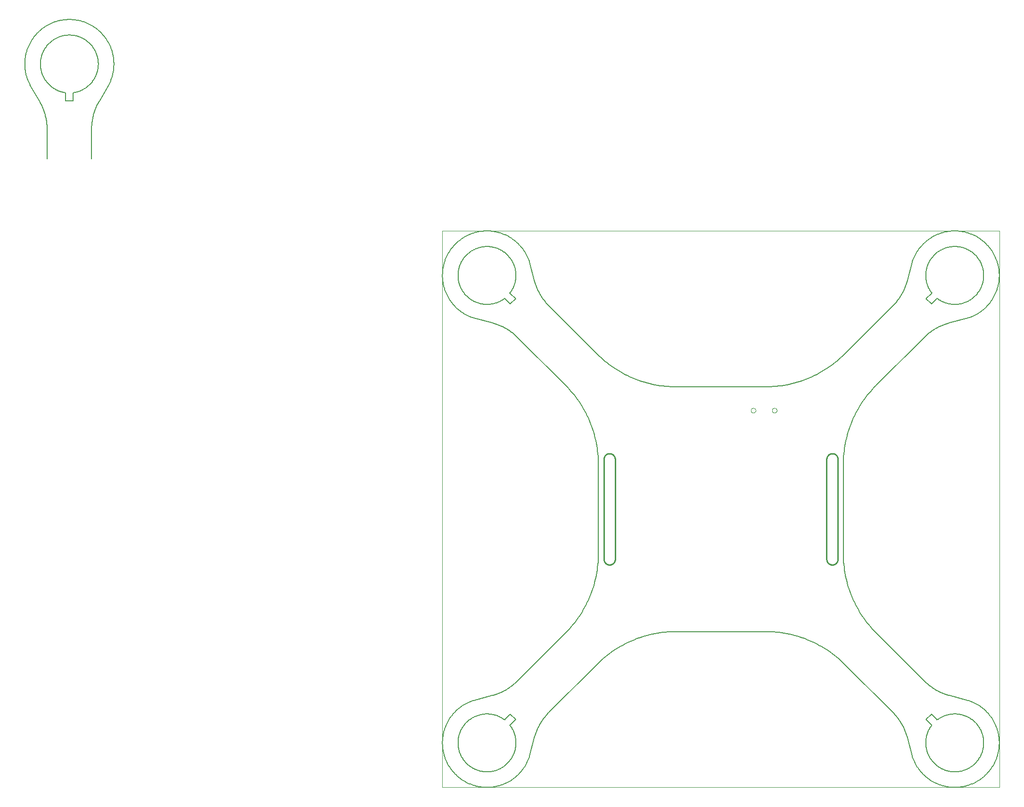
<source format=gko>
G75*
%MOIN*%
%OFA0B0*%
%FSLAX25Y25*%
%IPPOS*%
%LPD*%
%AMOC8*
5,1,8,0,0,1.08239X$1,22.5*
%
%ADD10C,0.00000*%
%ADD11C,0.00600*%
%ADD12C,0.01000*%
D10*
X0296576Y0091851D02*
X0296576Y0485552D01*
X0690276Y0485552D01*
X0690276Y0091851D01*
X0296576Y0091851D01*
X0514678Y0358560D02*
X0514680Y0358641D01*
X0514686Y0358723D01*
X0514696Y0358804D01*
X0514710Y0358884D01*
X0514727Y0358963D01*
X0514749Y0359042D01*
X0514774Y0359119D01*
X0514803Y0359196D01*
X0514836Y0359270D01*
X0514873Y0359343D01*
X0514912Y0359414D01*
X0514956Y0359483D01*
X0515002Y0359550D01*
X0515052Y0359614D01*
X0515105Y0359676D01*
X0515161Y0359736D01*
X0515219Y0359792D01*
X0515281Y0359846D01*
X0515345Y0359897D01*
X0515411Y0359944D01*
X0515479Y0359988D01*
X0515550Y0360029D01*
X0515622Y0360066D01*
X0515697Y0360100D01*
X0515772Y0360130D01*
X0515850Y0360156D01*
X0515928Y0360179D01*
X0516007Y0360197D01*
X0516087Y0360212D01*
X0516168Y0360223D01*
X0516249Y0360230D01*
X0516331Y0360233D01*
X0516412Y0360232D01*
X0516493Y0360227D01*
X0516574Y0360218D01*
X0516655Y0360205D01*
X0516735Y0360188D01*
X0516813Y0360168D01*
X0516891Y0360143D01*
X0516968Y0360115D01*
X0517043Y0360083D01*
X0517116Y0360048D01*
X0517187Y0360009D01*
X0517257Y0359966D01*
X0517324Y0359921D01*
X0517390Y0359872D01*
X0517452Y0359820D01*
X0517512Y0359764D01*
X0517569Y0359706D01*
X0517624Y0359646D01*
X0517675Y0359582D01*
X0517723Y0359517D01*
X0517768Y0359449D01*
X0517810Y0359379D01*
X0517848Y0359307D01*
X0517883Y0359233D01*
X0517914Y0359158D01*
X0517941Y0359081D01*
X0517964Y0359003D01*
X0517984Y0358924D01*
X0518000Y0358844D01*
X0518012Y0358763D01*
X0518020Y0358682D01*
X0518024Y0358601D01*
X0518024Y0358519D01*
X0518020Y0358438D01*
X0518012Y0358357D01*
X0518000Y0358276D01*
X0517984Y0358196D01*
X0517964Y0358117D01*
X0517941Y0358039D01*
X0517914Y0357962D01*
X0517883Y0357887D01*
X0517848Y0357813D01*
X0517810Y0357741D01*
X0517768Y0357671D01*
X0517723Y0357603D01*
X0517675Y0357538D01*
X0517624Y0357474D01*
X0517569Y0357414D01*
X0517512Y0357356D01*
X0517452Y0357300D01*
X0517390Y0357248D01*
X0517324Y0357199D01*
X0517257Y0357154D01*
X0517188Y0357111D01*
X0517116Y0357072D01*
X0517043Y0357037D01*
X0516968Y0357005D01*
X0516891Y0356977D01*
X0516813Y0356952D01*
X0516735Y0356932D01*
X0516655Y0356915D01*
X0516574Y0356902D01*
X0516493Y0356893D01*
X0516412Y0356888D01*
X0516331Y0356887D01*
X0516249Y0356890D01*
X0516168Y0356897D01*
X0516087Y0356908D01*
X0516007Y0356923D01*
X0515928Y0356941D01*
X0515850Y0356964D01*
X0515772Y0356990D01*
X0515697Y0357020D01*
X0515622Y0357054D01*
X0515550Y0357091D01*
X0515479Y0357132D01*
X0515411Y0357176D01*
X0515345Y0357223D01*
X0515281Y0357274D01*
X0515219Y0357328D01*
X0515161Y0357384D01*
X0515105Y0357444D01*
X0515052Y0357506D01*
X0515002Y0357570D01*
X0514956Y0357637D01*
X0514912Y0357706D01*
X0514873Y0357777D01*
X0514836Y0357850D01*
X0514803Y0357924D01*
X0514774Y0358001D01*
X0514749Y0358078D01*
X0514727Y0358157D01*
X0514710Y0358236D01*
X0514696Y0358316D01*
X0514686Y0358397D01*
X0514680Y0358479D01*
X0514678Y0358560D01*
X0529639Y0358560D02*
X0529641Y0358641D01*
X0529647Y0358723D01*
X0529657Y0358804D01*
X0529671Y0358884D01*
X0529688Y0358963D01*
X0529710Y0359042D01*
X0529735Y0359119D01*
X0529764Y0359196D01*
X0529797Y0359270D01*
X0529834Y0359343D01*
X0529873Y0359414D01*
X0529917Y0359483D01*
X0529963Y0359550D01*
X0530013Y0359614D01*
X0530066Y0359676D01*
X0530122Y0359736D01*
X0530180Y0359792D01*
X0530242Y0359846D01*
X0530306Y0359897D01*
X0530372Y0359944D01*
X0530440Y0359988D01*
X0530511Y0360029D01*
X0530583Y0360066D01*
X0530658Y0360100D01*
X0530733Y0360130D01*
X0530811Y0360156D01*
X0530889Y0360179D01*
X0530968Y0360197D01*
X0531048Y0360212D01*
X0531129Y0360223D01*
X0531210Y0360230D01*
X0531292Y0360233D01*
X0531373Y0360232D01*
X0531454Y0360227D01*
X0531535Y0360218D01*
X0531616Y0360205D01*
X0531696Y0360188D01*
X0531774Y0360168D01*
X0531852Y0360143D01*
X0531929Y0360115D01*
X0532004Y0360083D01*
X0532077Y0360048D01*
X0532148Y0360009D01*
X0532218Y0359966D01*
X0532285Y0359921D01*
X0532351Y0359872D01*
X0532413Y0359820D01*
X0532473Y0359764D01*
X0532530Y0359706D01*
X0532585Y0359646D01*
X0532636Y0359582D01*
X0532684Y0359517D01*
X0532729Y0359449D01*
X0532771Y0359379D01*
X0532809Y0359307D01*
X0532844Y0359233D01*
X0532875Y0359158D01*
X0532902Y0359081D01*
X0532925Y0359003D01*
X0532945Y0358924D01*
X0532961Y0358844D01*
X0532973Y0358763D01*
X0532981Y0358682D01*
X0532985Y0358601D01*
X0532985Y0358519D01*
X0532981Y0358438D01*
X0532973Y0358357D01*
X0532961Y0358276D01*
X0532945Y0358196D01*
X0532925Y0358117D01*
X0532902Y0358039D01*
X0532875Y0357962D01*
X0532844Y0357887D01*
X0532809Y0357813D01*
X0532771Y0357741D01*
X0532729Y0357671D01*
X0532684Y0357603D01*
X0532636Y0357538D01*
X0532585Y0357474D01*
X0532530Y0357414D01*
X0532473Y0357356D01*
X0532413Y0357300D01*
X0532351Y0357248D01*
X0532285Y0357199D01*
X0532218Y0357154D01*
X0532149Y0357111D01*
X0532077Y0357072D01*
X0532004Y0357037D01*
X0531929Y0357005D01*
X0531852Y0356977D01*
X0531774Y0356952D01*
X0531696Y0356932D01*
X0531616Y0356915D01*
X0531535Y0356902D01*
X0531454Y0356893D01*
X0531373Y0356888D01*
X0531292Y0356887D01*
X0531210Y0356890D01*
X0531129Y0356897D01*
X0531048Y0356908D01*
X0530968Y0356923D01*
X0530889Y0356941D01*
X0530811Y0356964D01*
X0530733Y0356990D01*
X0530658Y0357020D01*
X0530583Y0357054D01*
X0530511Y0357091D01*
X0530440Y0357132D01*
X0530372Y0357176D01*
X0530306Y0357223D01*
X0530242Y0357274D01*
X0530180Y0357328D01*
X0530122Y0357384D01*
X0530066Y0357444D01*
X0530013Y0357506D01*
X0529963Y0357570D01*
X0529917Y0357637D01*
X0529873Y0357706D01*
X0529834Y0357777D01*
X0529797Y0357850D01*
X0529764Y0357924D01*
X0529735Y0358001D01*
X0529710Y0358078D01*
X0529688Y0358157D01*
X0529671Y0358236D01*
X0529657Y0358316D01*
X0529647Y0358397D01*
X0529641Y0358479D01*
X0529639Y0358560D01*
D11*
X0525174Y0375316D02*
X0461678Y0375316D01*
X0405984Y0398394D02*
X0371806Y0432593D01*
X0361559Y0450457D02*
X0358138Y0463521D01*
X0344566Y0441320D02*
X0348324Y0437561D01*
X0344566Y0433803D01*
X0340808Y0437561D01*
X0331671Y0420568D02*
X0318606Y0423990D01*
X0349535Y0410322D02*
X0383733Y0376143D01*
X0349535Y0410322D02*
X0348857Y0410983D01*
X0348164Y0411628D01*
X0347455Y0412257D01*
X0346731Y0412868D01*
X0345993Y0413461D01*
X0345241Y0414037D01*
X0344475Y0414594D01*
X0343696Y0415132D01*
X0342904Y0415652D01*
X0342100Y0416153D01*
X0341285Y0416634D01*
X0340457Y0417095D01*
X0339619Y0417536D01*
X0338771Y0417957D01*
X0337913Y0418358D01*
X0337045Y0418738D01*
X0336169Y0419096D01*
X0335284Y0419434D01*
X0334391Y0419750D01*
X0333491Y0420045D01*
X0332584Y0420317D01*
X0331671Y0420568D01*
X0318792Y0423958D02*
X0318063Y0424193D01*
X0317340Y0424445D01*
X0316623Y0424715D01*
X0315913Y0425002D01*
X0315210Y0425306D01*
X0314515Y0425627D01*
X0313828Y0425965D01*
X0313149Y0426320D01*
X0312479Y0426691D01*
X0311818Y0427078D01*
X0311167Y0427481D01*
X0310526Y0427900D01*
X0309895Y0428334D01*
X0309275Y0428784D01*
X0308666Y0429248D01*
X0308069Y0429728D01*
X0307483Y0430221D01*
X0306910Y0430729D01*
X0306349Y0431250D01*
X0305801Y0431785D01*
X0358170Y0463336D02*
X0357935Y0464065D01*
X0357683Y0464788D01*
X0357413Y0465505D01*
X0357126Y0466215D01*
X0356822Y0466918D01*
X0356501Y0467613D01*
X0356163Y0468300D01*
X0355808Y0468979D01*
X0355437Y0469649D01*
X0355050Y0470310D01*
X0354647Y0470961D01*
X0354228Y0471602D01*
X0353794Y0472233D01*
X0353344Y0472853D01*
X0352880Y0473462D01*
X0352401Y0474059D01*
X0351907Y0474645D01*
X0351399Y0475218D01*
X0350878Y0475779D01*
X0350343Y0476327D01*
X0349794Y0476863D01*
X0349232Y0477385D01*
X0348658Y0477893D01*
X0348071Y0478388D01*
X0347473Y0478867D01*
X0346863Y0479332D01*
X0346242Y0479782D01*
X0345610Y0480217D01*
X0344968Y0480637D01*
X0344316Y0481040D01*
X0343654Y0481428D01*
X0342982Y0481799D01*
X0342303Y0482154D01*
X0341614Y0482492D01*
X0340918Y0482813D01*
X0340214Y0483118D01*
X0339502Y0483405D01*
X0338784Y0483674D01*
X0338060Y0483926D01*
X0337329Y0484161D01*
X0336594Y0484377D01*
X0335853Y0484576D01*
X0335107Y0484756D01*
X0334358Y0484918D01*
X0333604Y0485062D01*
X0332847Y0485188D01*
X0332088Y0485295D01*
X0331326Y0485383D01*
X0330562Y0485453D01*
X0329797Y0485505D01*
X0329031Y0485537D01*
X0328264Y0485551D01*
X0327497Y0485547D01*
X0326730Y0485523D01*
X0325964Y0485481D01*
X0325200Y0485421D01*
X0324437Y0485342D01*
X0323676Y0485244D01*
X0322918Y0485127D01*
X0322163Y0484993D01*
X0321411Y0484840D01*
X0320663Y0484668D01*
X0319920Y0484479D01*
X0319182Y0484271D01*
X0318449Y0484046D01*
X0317721Y0483803D01*
X0317000Y0483542D01*
X0316285Y0483263D01*
X0315578Y0482968D01*
X0314877Y0482655D01*
X0314185Y0482325D01*
X0313500Y0481979D01*
X0312825Y0481615D01*
X0312158Y0481236D01*
X0311501Y0480840D01*
X0310854Y0480429D01*
X0310217Y0480002D01*
X0309590Y0479559D01*
X0308975Y0479102D01*
X0308370Y0478629D01*
X0307778Y0478142D01*
X0307197Y0477641D01*
X0306629Y0477126D01*
X0306074Y0476597D01*
X0305531Y0476054D01*
X0305002Y0475499D01*
X0304487Y0474931D01*
X0303986Y0474350D01*
X0303499Y0473758D01*
X0303026Y0473153D01*
X0302569Y0472538D01*
X0302126Y0471911D01*
X0301699Y0471274D01*
X0301288Y0470627D01*
X0300892Y0469970D01*
X0300513Y0469303D01*
X0300149Y0468628D01*
X0299803Y0467943D01*
X0299473Y0467251D01*
X0299160Y0466550D01*
X0298865Y0465843D01*
X0298586Y0465128D01*
X0298325Y0464407D01*
X0298082Y0463679D01*
X0297857Y0462946D01*
X0297649Y0462208D01*
X0297460Y0461465D01*
X0297288Y0460717D01*
X0297135Y0459965D01*
X0297001Y0459210D01*
X0296884Y0458452D01*
X0296786Y0457691D01*
X0296707Y0456928D01*
X0296647Y0456164D01*
X0296605Y0455398D01*
X0296581Y0454631D01*
X0296577Y0453864D01*
X0296591Y0453097D01*
X0296623Y0452331D01*
X0296675Y0451566D01*
X0296745Y0450802D01*
X0296833Y0450040D01*
X0296940Y0449281D01*
X0297066Y0448524D01*
X0297210Y0447770D01*
X0297372Y0447021D01*
X0297552Y0446275D01*
X0297751Y0445534D01*
X0297967Y0444799D01*
X0298202Y0444068D01*
X0298454Y0443344D01*
X0298723Y0442626D01*
X0299010Y0441914D01*
X0299315Y0441210D01*
X0299636Y0440514D01*
X0299974Y0439826D01*
X0300329Y0439146D01*
X0300700Y0438474D01*
X0301088Y0437812D01*
X0301491Y0437160D01*
X0301911Y0436518D01*
X0302346Y0435886D01*
X0302796Y0435265D01*
X0303261Y0434655D01*
X0303740Y0434057D01*
X0304235Y0433470D01*
X0304743Y0432896D01*
X0305265Y0432334D01*
X0305801Y0431785D01*
X0344247Y0441508D02*
X0344550Y0441908D01*
X0344842Y0442315D01*
X0345125Y0442729D01*
X0345397Y0443150D01*
X0345659Y0443578D01*
X0345911Y0444012D01*
X0346151Y0444452D01*
X0346381Y0444897D01*
X0346600Y0445348D01*
X0346808Y0445805D01*
X0347004Y0446266D01*
X0347189Y0446732D01*
X0347363Y0447203D01*
X0347525Y0447677D01*
X0347675Y0448156D01*
X0347814Y0448637D01*
X0347941Y0449123D01*
X0348056Y0449611D01*
X0348158Y0450101D01*
X0348249Y0450595D01*
X0348328Y0451090D01*
X0348395Y0451587D01*
X0348449Y0452085D01*
X0348491Y0452585D01*
X0348521Y0453086D01*
X0348539Y0453587D01*
X0348544Y0454088D01*
X0348537Y0454589D01*
X0348518Y0455091D01*
X0348486Y0455591D01*
X0348443Y0456091D01*
X0348387Y0456589D01*
X0348319Y0457086D01*
X0348238Y0457581D01*
X0348146Y0458073D01*
X0348042Y0458564D01*
X0347925Y0459052D01*
X0347797Y0459536D01*
X0347657Y0460018D01*
X0347505Y0460496D01*
X0347341Y0460970D01*
X0347166Y0461440D01*
X0346980Y0461905D01*
X0346782Y0462366D01*
X0346572Y0462822D01*
X0346352Y0463272D01*
X0346121Y0463717D01*
X0345879Y0464156D01*
X0345626Y0464589D01*
X0345363Y0465016D01*
X0345089Y0465436D01*
X0344806Y0465850D01*
X0344512Y0466256D01*
X0344208Y0466655D01*
X0343895Y0467046D01*
X0343572Y0467430D01*
X0343239Y0467806D01*
X0342898Y0468173D01*
X0342548Y0468532D01*
X0340620Y0437881D02*
X0340220Y0437578D01*
X0339813Y0437286D01*
X0339399Y0437003D01*
X0338978Y0436731D01*
X0338550Y0436469D01*
X0338116Y0436217D01*
X0337676Y0435977D01*
X0337231Y0435747D01*
X0336780Y0435528D01*
X0336323Y0435320D01*
X0335862Y0435124D01*
X0335396Y0434939D01*
X0334925Y0434765D01*
X0334451Y0434603D01*
X0333972Y0434453D01*
X0333491Y0434314D01*
X0333005Y0434187D01*
X0332517Y0434072D01*
X0332027Y0433970D01*
X0331533Y0433879D01*
X0331038Y0433800D01*
X0330541Y0433733D01*
X0330043Y0433679D01*
X0329543Y0433637D01*
X0329042Y0433607D01*
X0328541Y0433589D01*
X0328040Y0433584D01*
X0327538Y0433591D01*
X0327037Y0433610D01*
X0326537Y0433642D01*
X0326037Y0433685D01*
X0325539Y0433741D01*
X0325042Y0433809D01*
X0324547Y0433890D01*
X0324054Y0433982D01*
X0323564Y0434086D01*
X0323076Y0434203D01*
X0322592Y0434331D01*
X0322110Y0434471D01*
X0321632Y0434623D01*
X0321158Y0434787D01*
X0320688Y0434962D01*
X0320223Y0435148D01*
X0319762Y0435346D01*
X0319306Y0435556D01*
X0318856Y0435776D01*
X0318411Y0436007D01*
X0317972Y0436249D01*
X0317539Y0436502D01*
X0317112Y0436765D01*
X0316692Y0437039D01*
X0316278Y0437322D01*
X0315872Y0437616D01*
X0315473Y0437920D01*
X0315082Y0438233D01*
X0314698Y0438556D01*
X0314322Y0438889D01*
X0313955Y0439230D01*
X0313596Y0439580D01*
X0313248Y0439937D01*
X0312908Y0440302D01*
X0312578Y0440675D01*
X0312257Y0441057D01*
X0311945Y0441446D01*
X0311643Y0441842D01*
X0311350Y0442246D01*
X0311067Y0442656D01*
X0310795Y0443074D01*
X0310533Y0443498D01*
X0310281Y0443928D01*
X0310039Y0444364D01*
X0309809Y0444806D01*
X0309589Y0445254D01*
X0309380Y0445707D01*
X0309182Y0446164D01*
X0308996Y0446626D01*
X0308820Y0447093D01*
X0308657Y0447564D01*
X0308504Y0448039D01*
X0308364Y0448517D01*
X0308235Y0448999D01*
X0308117Y0449483D01*
X0308012Y0449970D01*
X0307918Y0450460D01*
X0307837Y0450952D01*
X0307767Y0451446D01*
X0307710Y0451941D01*
X0307664Y0452437D01*
X0307631Y0452935D01*
X0307609Y0453433D01*
X0307600Y0453931D01*
X0307603Y0454430D01*
X0307619Y0454928D01*
X0307646Y0455426D01*
X0307685Y0455923D01*
X0307737Y0456419D01*
X0307800Y0456913D01*
X0307876Y0457406D01*
X0307964Y0457897D01*
X0308063Y0458385D01*
X0308174Y0458871D01*
X0308298Y0459355D01*
X0308432Y0459835D01*
X0308579Y0460311D01*
X0308737Y0460784D01*
X0308907Y0461253D01*
X0309088Y0461717D01*
X0309280Y0462177D01*
X0309483Y0462632D01*
X0309697Y0463083D01*
X0309923Y0463527D01*
X0310159Y0463966D01*
X0310405Y0464400D01*
X0310662Y0464827D01*
X0310930Y0465248D01*
X0311208Y0465662D01*
X0311495Y0466069D01*
X0311793Y0466469D01*
X0312100Y0466862D01*
X0312416Y0467247D01*
X0312742Y0467624D01*
X0313077Y0467994D01*
X0313421Y0468355D01*
X0313773Y0468707D01*
X0314134Y0469051D01*
X0314504Y0469386D01*
X0314881Y0469712D01*
X0315266Y0470028D01*
X0315659Y0470335D01*
X0316059Y0470633D01*
X0316466Y0470920D01*
X0316880Y0471198D01*
X0317301Y0471466D01*
X0317728Y0471723D01*
X0318162Y0471969D01*
X0318601Y0472205D01*
X0319045Y0472431D01*
X0319496Y0472645D01*
X0319951Y0472848D01*
X0320411Y0473040D01*
X0320875Y0473221D01*
X0321344Y0473391D01*
X0321817Y0473549D01*
X0322294Y0473696D01*
X0322773Y0473830D01*
X0323257Y0473954D01*
X0323743Y0474065D01*
X0324231Y0474164D01*
X0324722Y0474252D01*
X0325215Y0474328D01*
X0325709Y0474391D01*
X0326205Y0474443D01*
X0326702Y0474482D01*
X0327200Y0474509D01*
X0327698Y0474525D01*
X0328197Y0474528D01*
X0328695Y0474519D01*
X0329193Y0474497D01*
X0329691Y0474464D01*
X0330187Y0474418D01*
X0330682Y0474361D01*
X0331176Y0474291D01*
X0331668Y0474210D01*
X0332158Y0474116D01*
X0332645Y0474011D01*
X0333129Y0473893D01*
X0333611Y0473764D01*
X0334089Y0473624D01*
X0334564Y0473471D01*
X0335035Y0473308D01*
X0335502Y0473132D01*
X0335964Y0472946D01*
X0336421Y0472748D01*
X0336874Y0472539D01*
X0337322Y0472319D01*
X0337764Y0472089D01*
X0338200Y0471847D01*
X0338630Y0471595D01*
X0339054Y0471333D01*
X0339472Y0471061D01*
X0339882Y0470778D01*
X0340286Y0470485D01*
X0340682Y0470183D01*
X0341071Y0469871D01*
X0341453Y0469550D01*
X0341826Y0469220D01*
X0342191Y0468880D01*
X0342548Y0468532D01*
X0361560Y0450457D02*
X0361811Y0449544D01*
X0362083Y0448637D01*
X0362378Y0447737D01*
X0362694Y0446844D01*
X0363032Y0445959D01*
X0363390Y0445083D01*
X0363770Y0444215D01*
X0364171Y0443357D01*
X0364592Y0442509D01*
X0365033Y0441671D01*
X0365494Y0440843D01*
X0365975Y0440028D01*
X0366476Y0439224D01*
X0366996Y0438432D01*
X0367534Y0437653D01*
X0368091Y0436887D01*
X0368667Y0436135D01*
X0369260Y0435397D01*
X0369871Y0434673D01*
X0370500Y0433964D01*
X0371145Y0433271D01*
X0371806Y0432593D01*
X0405984Y0398395D02*
X0407325Y0397085D01*
X0408697Y0395807D01*
X0410098Y0394562D01*
X0411529Y0393351D01*
X0412989Y0392174D01*
X0414476Y0391033D01*
X0415990Y0389927D01*
X0417529Y0388857D01*
X0419094Y0387825D01*
X0420683Y0386830D01*
X0422295Y0385873D01*
X0423929Y0384955D01*
X0425585Y0384075D01*
X0427261Y0383236D01*
X0428957Y0382437D01*
X0430671Y0381678D01*
X0432403Y0380960D01*
X0434151Y0380284D01*
X0435915Y0379650D01*
X0437694Y0379058D01*
X0439486Y0378508D01*
X0441291Y0378001D01*
X0443108Y0377537D01*
X0444934Y0377117D01*
X0446771Y0376740D01*
X0448616Y0376407D01*
X0450468Y0376118D01*
X0452327Y0375873D01*
X0454191Y0375673D01*
X0456059Y0375517D01*
X0457930Y0375405D01*
X0459803Y0375338D01*
X0461678Y0375316D01*
X0406812Y0320449D02*
X0406812Y0256954D01*
X0383733Y0201260D02*
X0349535Y0167081D01*
X0331671Y0156835D02*
X0318606Y0153413D01*
X0340808Y0139842D02*
X0344566Y0143600D01*
X0348324Y0139842D01*
X0344566Y0136084D01*
X0361559Y0126946D02*
X0358138Y0113882D01*
X0358170Y0114067D02*
X0357935Y0113338D01*
X0357683Y0112615D01*
X0357413Y0111898D01*
X0357126Y0111188D01*
X0356822Y0110485D01*
X0356501Y0109790D01*
X0356163Y0109103D01*
X0355808Y0108424D01*
X0355437Y0107754D01*
X0355050Y0107093D01*
X0354647Y0106442D01*
X0354228Y0105801D01*
X0353794Y0105170D01*
X0353344Y0104550D01*
X0352880Y0103941D01*
X0352400Y0103344D01*
X0351907Y0102758D01*
X0351399Y0102185D01*
X0350878Y0101624D01*
X0350343Y0101076D01*
X0342548Y0108871D02*
X0342898Y0109230D01*
X0343239Y0109597D01*
X0343572Y0109973D01*
X0343895Y0110357D01*
X0344208Y0110748D01*
X0344512Y0111147D01*
X0344806Y0111553D01*
X0345089Y0111967D01*
X0345363Y0112387D01*
X0345626Y0112814D01*
X0345879Y0113247D01*
X0346121Y0113686D01*
X0346352Y0114131D01*
X0346572Y0114581D01*
X0346782Y0115037D01*
X0346980Y0115498D01*
X0347166Y0115963D01*
X0347341Y0116433D01*
X0347505Y0116907D01*
X0347657Y0117385D01*
X0347797Y0117867D01*
X0347925Y0118351D01*
X0348042Y0118839D01*
X0348146Y0119330D01*
X0348238Y0119822D01*
X0348319Y0120317D01*
X0348387Y0120814D01*
X0348443Y0121312D01*
X0348486Y0121812D01*
X0348518Y0122312D01*
X0348537Y0122814D01*
X0348544Y0123315D01*
X0348539Y0123816D01*
X0348521Y0124317D01*
X0348491Y0124818D01*
X0348449Y0125318D01*
X0348395Y0125816D01*
X0348328Y0126313D01*
X0348249Y0126808D01*
X0348158Y0127302D01*
X0348056Y0127792D01*
X0347941Y0128280D01*
X0347814Y0128766D01*
X0347675Y0129247D01*
X0347525Y0129726D01*
X0347363Y0130200D01*
X0347189Y0130671D01*
X0347004Y0131137D01*
X0346808Y0131598D01*
X0346600Y0132055D01*
X0346381Y0132506D01*
X0346151Y0132951D01*
X0345911Y0133391D01*
X0345659Y0133825D01*
X0345397Y0134253D01*
X0345125Y0134674D01*
X0344842Y0135088D01*
X0344550Y0135495D01*
X0344247Y0135895D01*
X0350343Y0101076D02*
X0349794Y0100540D01*
X0349232Y0100018D01*
X0348658Y0099510D01*
X0348071Y0099015D01*
X0347473Y0098536D01*
X0346863Y0098071D01*
X0346242Y0097621D01*
X0345610Y0097186D01*
X0344968Y0096766D01*
X0344316Y0096363D01*
X0343654Y0095975D01*
X0342982Y0095604D01*
X0342302Y0095249D01*
X0341614Y0094911D01*
X0340918Y0094590D01*
X0340214Y0094285D01*
X0339502Y0093998D01*
X0338784Y0093729D01*
X0338060Y0093477D01*
X0337329Y0093242D01*
X0336594Y0093026D01*
X0335853Y0092827D01*
X0335107Y0092647D01*
X0334358Y0092485D01*
X0333604Y0092341D01*
X0332847Y0092215D01*
X0332088Y0092108D01*
X0331326Y0092020D01*
X0330562Y0091950D01*
X0329797Y0091898D01*
X0329031Y0091866D01*
X0328264Y0091852D01*
X0327497Y0091856D01*
X0326730Y0091880D01*
X0325964Y0091922D01*
X0325200Y0091982D01*
X0324437Y0092061D01*
X0323676Y0092159D01*
X0322918Y0092276D01*
X0322163Y0092410D01*
X0321411Y0092563D01*
X0320663Y0092735D01*
X0319920Y0092924D01*
X0319182Y0093132D01*
X0318449Y0093357D01*
X0317721Y0093600D01*
X0317000Y0093861D01*
X0316285Y0094140D01*
X0315578Y0094435D01*
X0314877Y0094748D01*
X0314185Y0095078D01*
X0313500Y0095424D01*
X0312825Y0095788D01*
X0312158Y0096167D01*
X0311501Y0096563D01*
X0310854Y0096974D01*
X0310217Y0097401D01*
X0309590Y0097844D01*
X0308975Y0098301D01*
X0308370Y0098774D01*
X0307778Y0099261D01*
X0307197Y0099762D01*
X0306629Y0100277D01*
X0306074Y0100806D01*
X0305531Y0101349D01*
X0305002Y0101904D01*
X0304487Y0102472D01*
X0303986Y0103053D01*
X0303499Y0103645D01*
X0303026Y0104250D01*
X0302569Y0104865D01*
X0302126Y0105492D01*
X0301699Y0106129D01*
X0301288Y0106776D01*
X0300892Y0107433D01*
X0300513Y0108100D01*
X0300149Y0108775D01*
X0299803Y0109460D01*
X0299473Y0110152D01*
X0299160Y0110853D01*
X0298865Y0111560D01*
X0298586Y0112275D01*
X0298325Y0112996D01*
X0298082Y0113724D01*
X0297857Y0114457D01*
X0297649Y0115195D01*
X0297460Y0115938D01*
X0297288Y0116686D01*
X0297135Y0117438D01*
X0297001Y0118193D01*
X0296884Y0118951D01*
X0296786Y0119712D01*
X0296707Y0120475D01*
X0296647Y0121239D01*
X0296605Y0122005D01*
X0296581Y0122772D01*
X0296577Y0123539D01*
X0296591Y0124306D01*
X0296623Y0125072D01*
X0296675Y0125837D01*
X0296745Y0126601D01*
X0296833Y0127363D01*
X0296940Y0128122D01*
X0297066Y0128879D01*
X0297210Y0129633D01*
X0297372Y0130382D01*
X0297552Y0131128D01*
X0297751Y0131869D01*
X0297967Y0132604D01*
X0298202Y0133335D01*
X0298454Y0134059D01*
X0298723Y0134777D01*
X0299010Y0135489D01*
X0299315Y0136193D01*
X0299636Y0136889D01*
X0299974Y0137577D01*
X0300329Y0138257D01*
X0300700Y0138929D01*
X0301088Y0139591D01*
X0301491Y0140243D01*
X0301911Y0140885D01*
X0302346Y0141517D01*
X0302796Y0142138D01*
X0303261Y0142748D01*
X0303740Y0143346D01*
X0304235Y0143933D01*
X0304743Y0144507D01*
X0305265Y0145069D01*
X0305801Y0145618D01*
X0306349Y0146153D01*
X0306910Y0146674D01*
X0307483Y0147182D01*
X0308069Y0147676D01*
X0308666Y0148155D01*
X0309275Y0148619D01*
X0309895Y0149069D01*
X0310526Y0149503D01*
X0311167Y0149922D01*
X0311818Y0150325D01*
X0312479Y0150712D01*
X0313149Y0151083D01*
X0313828Y0151438D01*
X0314515Y0151776D01*
X0315210Y0152097D01*
X0315913Y0152401D01*
X0316623Y0152688D01*
X0317340Y0152958D01*
X0318063Y0153210D01*
X0318792Y0153445D01*
X0313596Y0137823D02*
X0313955Y0138173D01*
X0314322Y0138514D01*
X0314698Y0138847D01*
X0315082Y0139170D01*
X0315473Y0139483D01*
X0315872Y0139787D01*
X0316278Y0140081D01*
X0316692Y0140364D01*
X0317112Y0140638D01*
X0317539Y0140901D01*
X0317972Y0141154D01*
X0318411Y0141396D01*
X0318856Y0141627D01*
X0319306Y0141847D01*
X0319762Y0142057D01*
X0320223Y0142255D01*
X0320688Y0142441D01*
X0321158Y0142616D01*
X0321632Y0142780D01*
X0322110Y0142932D01*
X0322592Y0143072D01*
X0323076Y0143200D01*
X0323564Y0143317D01*
X0324055Y0143421D01*
X0324547Y0143513D01*
X0325042Y0143594D01*
X0325539Y0143662D01*
X0326037Y0143718D01*
X0326537Y0143761D01*
X0327037Y0143793D01*
X0327539Y0143812D01*
X0328040Y0143819D01*
X0328541Y0143814D01*
X0329042Y0143796D01*
X0329543Y0143766D01*
X0330043Y0143724D01*
X0330541Y0143670D01*
X0331038Y0143603D01*
X0331533Y0143524D01*
X0332027Y0143433D01*
X0332517Y0143331D01*
X0333005Y0143216D01*
X0333491Y0143089D01*
X0333972Y0142950D01*
X0334451Y0142800D01*
X0334925Y0142638D01*
X0335396Y0142464D01*
X0335862Y0142279D01*
X0336323Y0142083D01*
X0336780Y0141875D01*
X0337231Y0141656D01*
X0337676Y0141426D01*
X0338116Y0141186D01*
X0338550Y0140934D01*
X0338978Y0140672D01*
X0339399Y0140400D01*
X0339813Y0140117D01*
X0340220Y0139825D01*
X0340620Y0139522D01*
X0313596Y0137823D02*
X0313248Y0137466D01*
X0312908Y0137101D01*
X0312578Y0136728D01*
X0312257Y0136346D01*
X0311945Y0135957D01*
X0311643Y0135561D01*
X0311350Y0135157D01*
X0311067Y0134747D01*
X0310795Y0134329D01*
X0310533Y0133905D01*
X0310281Y0133475D01*
X0310039Y0133039D01*
X0309809Y0132597D01*
X0309589Y0132149D01*
X0309380Y0131696D01*
X0309182Y0131239D01*
X0308996Y0130777D01*
X0308820Y0130310D01*
X0308657Y0129839D01*
X0308504Y0129364D01*
X0308364Y0128886D01*
X0308235Y0128404D01*
X0308117Y0127920D01*
X0308012Y0127433D01*
X0307918Y0126943D01*
X0307837Y0126451D01*
X0307767Y0125957D01*
X0307710Y0125462D01*
X0307664Y0124966D01*
X0307631Y0124468D01*
X0307609Y0123970D01*
X0307600Y0123472D01*
X0307603Y0122973D01*
X0307619Y0122475D01*
X0307646Y0121977D01*
X0307685Y0121480D01*
X0307737Y0120984D01*
X0307800Y0120490D01*
X0307876Y0119997D01*
X0307964Y0119506D01*
X0308063Y0119018D01*
X0308174Y0118532D01*
X0308298Y0118048D01*
X0308432Y0117568D01*
X0308579Y0117092D01*
X0308737Y0116619D01*
X0308907Y0116150D01*
X0309088Y0115686D01*
X0309280Y0115226D01*
X0309483Y0114771D01*
X0309697Y0114320D01*
X0309923Y0113876D01*
X0310159Y0113437D01*
X0310405Y0113003D01*
X0310662Y0112576D01*
X0310930Y0112155D01*
X0311208Y0111741D01*
X0311495Y0111334D01*
X0311793Y0110934D01*
X0312100Y0110541D01*
X0312416Y0110156D01*
X0312742Y0109779D01*
X0313077Y0109409D01*
X0313421Y0109048D01*
X0313773Y0108696D01*
X0314134Y0108352D01*
X0314504Y0108017D01*
X0314881Y0107691D01*
X0315266Y0107375D01*
X0315659Y0107068D01*
X0316059Y0106770D01*
X0316466Y0106483D01*
X0316880Y0106205D01*
X0317301Y0105937D01*
X0317728Y0105680D01*
X0318162Y0105434D01*
X0318601Y0105198D01*
X0319045Y0104972D01*
X0319496Y0104758D01*
X0319951Y0104555D01*
X0320411Y0104363D01*
X0320875Y0104182D01*
X0321344Y0104012D01*
X0321817Y0103854D01*
X0322293Y0103707D01*
X0322773Y0103573D01*
X0323257Y0103449D01*
X0323743Y0103338D01*
X0324231Y0103239D01*
X0324722Y0103151D01*
X0325215Y0103075D01*
X0325709Y0103012D01*
X0326205Y0102960D01*
X0326702Y0102921D01*
X0327200Y0102894D01*
X0327698Y0102878D01*
X0328197Y0102875D01*
X0328695Y0102884D01*
X0329193Y0102906D01*
X0329691Y0102939D01*
X0330187Y0102985D01*
X0330682Y0103042D01*
X0331176Y0103112D01*
X0331668Y0103193D01*
X0332158Y0103287D01*
X0332645Y0103392D01*
X0333129Y0103510D01*
X0333611Y0103639D01*
X0334089Y0103779D01*
X0334564Y0103932D01*
X0335035Y0104095D01*
X0335502Y0104271D01*
X0335964Y0104457D01*
X0336421Y0104655D01*
X0336874Y0104864D01*
X0337322Y0105084D01*
X0337764Y0105314D01*
X0338200Y0105556D01*
X0338630Y0105808D01*
X0339054Y0106070D01*
X0339472Y0106342D01*
X0339882Y0106625D01*
X0340286Y0106918D01*
X0340682Y0107220D01*
X0341071Y0107532D01*
X0341453Y0107853D01*
X0341826Y0108183D01*
X0342191Y0108523D01*
X0342548Y0108871D01*
X0371806Y0144810D02*
X0405984Y0179009D01*
X0461678Y0202087D02*
X0525174Y0202087D01*
X0580868Y0179009D02*
X0615046Y0144810D01*
X0625293Y0126946D02*
X0628714Y0113882D01*
X0642286Y0136084D02*
X0638528Y0139842D01*
X0642286Y0143600D01*
X0646044Y0139842D01*
X0668060Y0153445D02*
X0668789Y0153210D01*
X0669512Y0152958D01*
X0670229Y0152688D01*
X0670939Y0152401D01*
X0671642Y0152097D01*
X0672337Y0151776D01*
X0673024Y0151438D01*
X0673703Y0151083D01*
X0674373Y0150712D01*
X0675034Y0150325D01*
X0675685Y0149922D01*
X0676326Y0149503D01*
X0676957Y0149069D01*
X0677577Y0148619D01*
X0678186Y0148155D01*
X0678783Y0147675D01*
X0679369Y0147182D01*
X0679942Y0146674D01*
X0680503Y0146153D01*
X0681051Y0145618D01*
X0668246Y0153413D02*
X0655181Y0156835D01*
X0637317Y0167081D02*
X0603119Y0201260D01*
X0637317Y0167081D02*
X0637995Y0166420D01*
X0638688Y0165775D01*
X0639397Y0165146D01*
X0640121Y0164535D01*
X0640859Y0163942D01*
X0641611Y0163366D01*
X0642377Y0162809D01*
X0643156Y0162270D01*
X0643948Y0161751D01*
X0644752Y0161250D01*
X0645567Y0160769D01*
X0646395Y0160308D01*
X0647233Y0159867D01*
X0648081Y0159446D01*
X0648939Y0159045D01*
X0649807Y0158665D01*
X0650683Y0158307D01*
X0651568Y0157969D01*
X0652461Y0157653D01*
X0653361Y0157358D01*
X0654268Y0157086D01*
X0655181Y0156835D01*
X0681051Y0145618D02*
X0681587Y0145069D01*
X0682109Y0144507D01*
X0682617Y0143933D01*
X0683112Y0143346D01*
X0683591Y0142748D01*
X0684056Y0142138D01*
X0684506Y0141517D01*
X0684941Y0140885D01*
X0685361Y0140243D01*
X0685764Y0139591D01*
X0686152Y0138929D01*
X0686523Y0138257D01*
X0686878Y0137578D01*
X0687216Y0136889D01*
X0687537Y0136193D01*
X0687842Y0135489D01*
X0688129Y0134777D01*
X0688398Y0134059D01*
X0688650Y0133335D01*
X0688885Y0132604D01*
X0689101Y0131869D01*
X0689300Y0131128D01*
X0689480Y0130382D01*
X0689642Y0129633D01*
X0689786Y0128879D01*
X0689912Y0128122D01*
X0690019Y0127363D01*
X0690107Y0126601D01*
X0690177Y0125837D01*
X0690229Y0125072D01*
X0690261Y0124306D01*
X0690275Y0123539D01*
X0690271Y0122772D01*
X0690247Y0122005D01*
X0690205Y0121239D01*
X0690145Y0120475D01*
X0690066Y0119712D01*
X0689968Y0118951D01*
X0689851Y0118193D01*
X0689717Y0117438D01*
X0689564Y0116686D01*
X0689392Y0115938D01*
X0689203Y0115195D01*
X0688995Y0114457D01*
X0688770Y0113724D01*
X0688527Y0112996D01*
X0688266Y0112275D01*
X0687987Y0111560D01*
X0687692Y0110853D01*
X0687379Y0110152D01*
X0687049Y0109460D01*
X0686703Y0108775D01*
X0686339Y0108100D01*
X0685960Y0107433D01*
X0685564Y0106776D01*
X0685153Y0106129D01*
X0684726Y0105492D01*
X0684283Y0104865D01*
X0683826Y0104250D01*
X0683353Y0103645D01*
X0682866Y0103053D01*
X0682365Y0102472D01*
X0681850Y0101904D01*
X0681321Y0101349D01*
X0680778Y0100806D01*
X0680223Y0100277D01*
X0679655Y0099762D01*
X0679074Y0099261D01*
X0678482Y0098774D01*
X0677877Y0098301D01*
X0677262Y0097844D01*
X0676635Y0097401D01*
X0675998Y0096974D01*
X0675351Y0096563D01*
X0674694Y0096167D01*
X0674027Y0095788D01*
X0673352Y0095424D01*
X0672667Y0095078D01*
X0671975Y0094748D01*
X0671274Y0094435D01*
X0670567Y0094140D01*
X0669852Y0093861D01*
X0669131Y0093600D01*
X0668403Y0093357D01*
X0667670Y0093132D01*
X0666932Y0092924D01*
X0666189Y0092735D01*
X0665441Y0092563D01*
X0664689Y0092410D01*
X0663934Y0092276D01*
X0663176Y0092159D01*
X0662415Y0092061D01*
X0661652Y0091982D01*
X0660888Y0091922D01*
X0660122Y0091880D01*
X0659355Y0091856D01*
X0658588Y0091852D01*
X0657821Y0091866D01*
X0657055Y0091898D01*
X0656290Y0091950D01*
X0655526Y0092020D01*
X0654764Y0092108D01*
X0654005Y0092215D01*
X0653248Y0092341D01*
X0652494Y0092485D01*
X0651745Y0092647D01*
X0650999Y0092827D01*
X0650258Y0093026D01*
X0649523Y0093242D01*
X0648792Y0093477D01*
X0648068Y0093729D01*
X0647350Y0093998D01*
X0646638Y0094285D01*
X0645934Y0094590D01*
X0645238Y0094911D01*
X0644550Y0095249D01*
X0643870Y0095604D01*
X0643198Y0095975D01*
X0642536Y0096363D01*
X0641884Y0096766D01*
X0641242Y0097186D01*
X0640610Y0097621D01*
X0639989Y0098071D01*
X0639379Y0098536D01*
X0638781Y0099015D01*
X0638194Y0099510D01*
X0637620Y0100018D01*
X0637058Y0100540D01*
X0636509Y0101076D01*
X0644304Y0108871D02*
X0643954Y0109230D01*
X0643613Y0109597D01*
X0643280Y0109973D01*
X0642957Y0110357D01*
X0642644Y0110748D01*
X0642340Y0111147D01*
X0642046Y0111553D01*
X0641763Y0111967D01*
X0641489Y0112387D01*
X0641226Y0112814D01*
X0640973Y0113247D01*
X0640731Y0113686D01*
X0640500Y0114131D01*
X0640280Y0114581D01*
X0640070Y0115037D01*
X0639872Y0115498D01*
X0639686Y0115963D01*
X0639511Y0116433D01*
X0639347Y0116907D01*
X0639195Y0117385D01*
X0639055Y0117867D01*
X0638927Y0118351D01*
X0638810Y0118839D01*
X0638706Y0119330D01*
X0638614Y0119822D01*
X0638533Y0120317D01*
X0638465Y0120814D01*
X0638409Y0121312D01*
X0638366Y0121812D01*
X0638334Y0122312D01*
X0638315Y0122814D01*
X0638308Y0123315D01*
X0638313Y0123816D01*
X0638331Y0124317D01*
X0638361Y0124818D01*
X0638403Y0125318D01*
X0638457Y0125816D01*
X0638524Y0126313D01*
X0638603Y0126808D01*
X0638694Y0127302D01*
X0638796Y0127792D01*
X0638911Y0128280D01*
X0639038Y0128766D01*
X0639177Y0129247D01*
X0639327Y0129726D01*
X0639489Y0130200D01*
X0639663Y0130671D01*
X0639848Y0131137D01*
X0640044Y0131598D01*
X0640252Y0132055D01*
X0640471Y0132506D01*
X0640701Y0132951D01*
X0640941Y0133391D01*
X0641193Y0133825D01*
X0641455Y0134253D01*
X0641727Y0134674D01*
X0642010Y0135088D01*
X0642302Y0135495D01*
X0642605Y0135895D01*
X0644304Y0108871D02*
X0644661Y0108523D01*
X0645026Y0108183D01*
X0645399Y0107853D01*
X0645781Y0107532D01*
X0646170Y0107220D01*
X0646566Y0106918D01*
X0646970Y0106625D01*
X0647380Y0106342D01*
X0647798Y0106070D01*
X0648222Y0105808D01*
X0648652Y0105556D01*
X0649088Y0105314D01*
X0649530Y0105084D01*
X0649978Y0104864D01*
X0650431Y0104655D01*
X0650888Y0104457D01*
X0651350Y0104271D01*
X0651817Y0104095D01*
X0652288Y0103932D01*
X0652763Y0103779D01*
X0653241Y0103639D01*
X0653723Y0103510D01*
X0654207Y0103392D01*
X0654694Y0103287D01*
X0655184Y0103193D01*
X0655676Y0103112D01*
X0656170Y0103042D01*
X0656665Y0102985D01*
X0657161Y0102939D01*
X0657659Y0102906D01*
X0658157Y0102884D01*
X0658655Y0102875D01*
X0659154Y0102878D01*
X0659652Y0102894D01*
X0660150Y0102921D01*
X0660647Y0102960D01*
X0661143Y0103012D01*
X0661637Y0103075D01*
X0662130Y0103151D01*
X0662621Y0103239D01*
X0663109Y0103338D01*
X0663595Y0103449D01*
X0664079Y0103573D01*
X0664558Y0103707D01*
X0665035Y0103854D01*
X0665508Y0104012D01*
X0665977Y0104182D01*
X0666441Y0104363D01*
X0666901Y0104555D01*
X0667356Y0104758D01*
X0667807Y0104972D01*
X0668251Y0105198D01*
X0668690Y0105434D01*
X0669124Y0105680D01*
X0669551Y0105937D01*
X0669972Y0106205D01*
X0670386Y0106483D01*
X0670793Y0106770D01*
X0671193Y0107068D01*
X0671586Y0107375D01*
X0671971Y0107691D01*
X0672348Y0108017D01*
X0672718Y0108352D01*
X0673079Y0108696D01*
X0673431Y0109048D01*
X0673775Y0109409D01*
X0674110Y0109779D01*
X0674436Y0110156D01*
X0674752Y0110541D01*
X0675059Y0110934D01*
X0675357Y0111334D01*
X0675644Y0111741D01*
X0675922Y0112155D01*
X0676189Y0112576D01*
X0676447Y0113003D01*
X0676693Y0113437D01*
X0676929Y0113876D01*
X0677155Y0114320D01*
X0677369Y0114771D01*
X0677572Y0115226D01*
X0677764Y0115686D01*
X0677945Y0116150D01*
X0678115Y0116619D01*
X0678273Y0117092D01*
X0678420Y0117568D01*
X0678554Y0118048D01*
X0678678Y0118532D01*
X0678789Y0119018D01*
X0678888Y0119506D01*
X0678976Y0119997D01*
X0679052Y0120490D01*
X0679115Y0120984D01*
X0679167Y0121480D01*
X0679206Y0121977D01*
X0679233Y0122475D01*
X0679249Y0122973D01*
X0679252Y0123472D01*
X0679243Y0123970D01*
X0679221Y0124468D01*
X0679188Y0124966D01*
X0679142Y0125462D01*
X0679085Y0125957D01*
X0679015Y0126451D01*
X0678934Y0126943D01*
X0678840Y0127433D01*
X0678735Y0127920D01*
X0678617Y0128404D01*
X0678488Y0128886D01*
X0678348Y0129364D01*
X0678195Y0129839D01*
X0678032Y0130310D01*
X0677856Y0130777D01*
X0677670Y0131239D01*
X0677472Y0131696D01*
X0677263Y0132149D01*
X0677043Y0132597D01*
X0676813Y0133039D01*
X0676571Y0133475D01*
X0676319Y0133905D01*
X0676057Y0134329D01*
X0675785Y0134747D01*
X0675502Y0135157D01*
X0675209Y0135561D01*
X0674907Y0135957D01*
X0674595Y0136346D01*
X0674274Y0136728D01*
X0673944Y0137101D01*
X0673604Y0137466D01*
X0673256Y0137823D01*
X0628682Y0114067D02*
X0628917Y0113338D01*
X0629169Y0112615D01*
X0629439Y0111898D01*
X0629726Y0111188D01*
X0630030Y0110485D01*
X0630351Y0109790D01*
X0630689Y0109103D01*
X0631044Y0108424D01*
X0631415Y0107754D01*
X0631802Y0107093D01*
X0632205Y0106442D01*
X0632624Y0105801D01*
X0633058Y0105170D01*
X0633508Y0104550D01*
X0633972Y0103941D01*
X0634451Y0103344D01*
X0634945Y0102758D01*
X0635453Y0102185D01*
X0635974Y0101624D01*
X0636509Y0101076D01*
X0646232Y0139522D02*
X0646632Y0139825D01*
X0647039Y0140117D01*
X0647453Y0140400D01*
X0647874Y0140672D01*
X0648302Y0140934D01*
X0648736Y0141186D01*
X0649176Y0141426D01*
X0649621Y0141656D01*
X0650072Y0141875D01*
X0650529Y0142083D01*
X0650990Y0142279D01*
X0651456Y0142464D01*
X0651927Y0142638D01*
X0652401Y0142800D01*
X0652880Y0142950D01*
X0653361Y0143089D01*
X0653847Y0143216D01*
X0654335Y0143331D01*
X0654825Y0143433D01*
X0655319Y0143524D01*
X0655814Y0143603D01*
X0656311Y0143670D01*
X0656809Y0143724D01*
X0657309Y0143766D01*
X0657810Y0143796D01*
X0658311Y0143814D01*
X0658812Y0143819D01*
X0659313Y0143812D01*
X0659815Y0143793D01*
X0660315Y0143761D01*
X0660815Y0143718D01*
X0661313Y0143662D01*
X0661810Y0143594D01*
X0662305Y0143513D01*
X0662797Y0143421D01*
X0663288Y0143317D01*
X0663776Y0143200D01*
X0664260Y0143072D01*
X0664742Y0142932D01*
X0665220Y0142780D01*
X0665694Y0142616D01*
X0666164Y0142441D01*
X0666629Y0142255D01*
X0667090Y0142057D01*
X0667546Y0141847D01*
X0667996Y0141627D01*
X0668441Y0141396D01*
X0668880Y0141154D01*
X0669313Y0140901D01*
X0669740Y0140638D01*
X0670160Y0140364D01*
X0670574Y0140081D01*
X0670980Y0139787D01*
X0671379Y0139483D01*
X0671770Y0139170D01*
X0672154Y0138847D01*
X0672530Y0138514D01*
X0672897Y0138173D01*
X0673256Y0137823D01*
X0625292Y0126947D02*
X0625041Y0127860D01*
X0624769Y0128767D01*
X0624474Y0129667D01*
X0624158Y0130560D01*
X0623820Y0131445D01*
X0623462Y0132321D01*
X0623082Y0133189D01*
X0622681Y0134047D01*
X0622260Y0134895D01*
X0621819Y0135733D01*
X0621358Y0136561D01*
X0620877Y0137376D01*
X0620376Y0138180D01*
X0619856Y0138972D01*
X0619318Y0139751D01*
X0618761Y0140517D01*
X0618185Y0141269D01*
X0617592Y0142007D01*
X0616981Y0142731D01*
X0616352Y0143440D01*
X0615707Y0144133D01*
X0615046Y0144811D01*
X0580868Y0179008D02*
X0579527Y0180318D01*
X0578155Y0181596D01*
X0576754Y0182841D01*
X0575323Y0184052D01*
X0573863Y0185229D01*
X0572376Y0186370D01*
X0570862Y0187476D01*
X0569323Y0188546D01*
X0567758Y0189578D01*
X0566169Y0190573D01*
X0564557Y0191530D01*
X0562923Y0192448D01*
X0561267Y0193328D01*
X0559591Y0194167D01*
X0557895Y0194966D01*
X0556181Y0195725D01*
X0554449Y0196443D01*
X0552701Y0197119D01*
X0550937Y0197753D01*
X0549158Y0198345D01*
X0547366Y0198895D01*
X0545561Y0199402D01*
X0543744Y0199866D01*
X0541918Y0200286D01*
X0540081Y0200663D01*
X0538236Y0200996D01*
X0536384Y0201285D01*
X0534525Y0201530D01*
X0532661Y0201730D01*
X0530793Y0201886D01*
X0528922Y0201998D01*
X0527049Y0202065D01*
X0525174Y0202087D01*
X0580040Y0256954D02*
X0580040Y0320449D01*
X0603119Y0376143D02*
X0637317Y0410322D01*
X0655181Y0420568D02*
X0668245Y0423990D01*
X0646044Y0437561D02*
X0642286Y0433803D01*
X0638528Y0437561D01*
X0642286Y0441320D01*
X0646232Y0437881D02*
X0646632Y0437578D01*
X0647039Y0437286D01*
X0647453Y0437003D01*
X0647874Y0436731D01*
X0648302Y0436469D01*
X0648736Y0436217D01*
X0649176Y0435977D01*
X0649621Y0435747D01*
X0650072Y0435528D01*
X0650529Y0435320D01*
X0650990Y0435124D01*
X0651456Y0434939D01*
X0651927Y0434765D01*
X0652401Y0434603D01*
X0652880Y0434453D01*
X0653361Y0434314D01*
X0653847Y0434187D01*
X0654335Y0434072D01*
X0654825Y0433970D01*
X0655319Y0433879D01*
X0655814Y0433800D01*
X0656311Y0433733D01*
X0656809Y0433679D01*
X0657309Y0433637D01*
X0657810Y0433607D01*
X0658311Y0433589D01*
X0658812Y0433584D01*
X0659313Y0433591D01*
X0659815Y0433610D01*
X0660315Y0433642D01*
X0660815Y0433685D01*
X0661313Y0433741D01*
X0661810Y0433809D01*
X0662305Y0433890D01*
X0662797Y0433982D01*
X0663288Y0434086D01*
X0663776Y0434203D01*
X0664260Y0434331D01*
X0664742Y0434471D01*
X0665220Y0434623D01*
X0665694Y0434787D01*
X0666164Y0434962D01*
X0666629Y0435148D01*
X0667090Y0435346D01*
X0667546Y0435556D01*
X0667996Y0435776D01*
X0668441Y0436007D01*
X0668880Y0436249D01*
X0669313Y0436502D01*
X0669740Y0436765D01*
X0670160Y0437039D01*
X0670574Y0437322D01*
X0670980Y0437616D01*
X0671379Y0437920D01*
X0671770Y0438233D01*
X0672154Y0438556D01*
X0672530Y0438889D01*
X0672897Y0439230D01*
X0673256Y0439580D01*
X0642605Y0441508D02*
X0642302Y0441908D01*
X0642010Y0442315D01*
X0641727Y0442729D01*
X0641455Y0443150D01*
X0641193Y0443578D01*
X0640941Y0444012D01*
X0640701Y0444452D01*
X0640471Y0444897D01*
X0640252Y0445348D01*
X0640044Y0445805D01*
X0639848Y0446266D01*
X0639663Y0446732D01*
X0639489Y0447203D01*
X0639327Y0447677D01*
X0639177Y0448156D01*
X0639038Y0448637D01*
X0638911Y0449123D01*
X0638796Y0449611D01*
X0638694Y0450101D01*
X0638603Y0450595D01*
X0638524Y0451090D01*
X0638457Y0451587D01*
X0638403Y0452085D01*
X0638361Y0452585D01*
X0638331Y0453086D01*
X0638313Y0453587D01*
X0638308Y0454088D01*
X0638315Y0454590D01*
X0638334Y0455091D01*
X0638366Y0455591D01*
X0638409Y0456091D01*
X0638465Y0456589D01*
X0638533Y0457086D01*
X0638614Y0457581D01*
X0638706Y0458074D01*
X0638810Y0458564D01*
X0638927Y0459052D01*
X0639055Y0459536D01*
X0639195Y0460018D01*
X0639347Y0460496D01*
X0639511Y0460970D01*
X0639686Y0461440D01*
X0639872Y0461905D01*
X0640070Y0462366D01*
X0640280Y0462822D01*
X0640500Y0463272D01*
X0640731Y0463717D01*
X0640973Y0464156D01*
X0641226Y0464589D01*
X0641489Y0465016D01*
X0641763Y0465436D01*
X0642046Y0465850D01*
X0642340Y0466256D01*
X0642644Y0466655D01*
X0642957Y0467046D01*
X0643280Y0467430D01*
X0643613Y0467806D01*
X0643954Y0468173D01*
X0644304Y0468532D01*
X0628714Y0463521D02*
X0625293Y0450457D01*
X0615046Y0432593D02*
X0580868Y0398394D01*
X0580868Y0398395D02*
X0579527Y0397085D01*
X0578155Y0395807D01*
X0576754Y0394562D01*
X0575323Y0393351D01*
X0573863Y0392174D01*
X0572376Y0391033D01*
X0570862Y0389927D01*
X0569323Y0388857D01*
X0567758Y0387825D01*
X0566169Y0386830D01*
X0564557Y0385873D01*
X0562923Y0384955D01*
X0561267Y0384075D01*
X0559591Y0383236D01*
X0557895Y0382437D01*
X0556181Y0381678D01*
X0554449Y0380960D01*
X0552701Y0380284D01*
X0550937Y0379650D01*
X0549158Y0379058D01*
X0547366Y0378508D01*
X0545561Y0378001D01*
X0543744Y0377537D01*
X0541918Y0377117D01*
X0540081Y0376740D01*
X0538236Y0376407D01*
X0536384Y0376118D01*
X0534525Y0375873D01*
X0532661Y0375673D01*
X0530793Y0375517D01*
X0528922Y0375405D01*
X0527049Y0375338D01*
X0525174Y0375316D01*
X0615046Y0432593D02*
X0615707Y0433271D01*
X0616352Y0433964D01*
X0616981Y0434673D01*
X0617592Y0435397D01*
X0618185Y0436135D01*
X0618761Y0436887D01*
X0619318Y0437653D01*
X0619856Y0438432D01*
X0620376Y0439224D01*
X0620877Y0440028D01*
X0621358Y0440843D01*
X0621819Y0441671D01*
X0622260Y0442509D01*
X0622681Y0443357D01*
X0623082Y0444215D01*
X0623462Y0445083D01*
X0623820Y0445959D01*
X0624158Y0446844D01*
X0624474Y0447737D01*
X0624769Y0448637D01*
X0625041Y0449544D01*
X0625292Y0450457D01*
X0668060Y0423958D02*
X0668789Y0424193D01*
X0669512Y0424445D01*
X0670229Y0424715D01*
X0670939Y0425002D01*
X0671642Y0425306D01*
X0672337Y0425627D01*
X0673024Y0425965D01*
X0673703Y0426320D01*
X0674373Y0426691D01*
X0675034Y0427078D01*
X0675685Y0427481D01*
X0676326Y0427900D01*
X0676957Y0428334D01*
X0677577Y0428784D01*
X0678186Y0429248D01*
X0678783Y0429727D01*
X0679369Y0430221D01*
X0679942Y0430729D01*
X0680503Y0431250D01*
X0681051Y0431785D01*
X0673256Y0439580D02*
X0673607Y0439940D01*
X0673949Y0440308D01*
X0674282Y0440684D01*
X0674605Y0441069D01*
X0674919Y0441461D01*
X0675223Y0441861D01*
X0675518Y0442268D01*
X0675802Y0442682D01*
X0676076Y0443104D01*
X0676339Y0443531D01*
X0676592Y0443965D01*
X0676835Y0444406D01*
X0677066Y0444852D01*
X0677286Y0445303D01*
X0677496Y0445760D01*
X0677694Y0446222D01*
X0677880Y0446688D01*
X0678055Y0447159D01*
X0678219Y0447634D01*
X0678370Y0448113D01*
X0678510Y0448596D01*
X0678638Y0449082D01*
X0678755Y0449571D01*
X0678859Y0450062D01*
X0678951Y0450556D01*
X0679030Y0451052D01*
X0679098Y0451550D01*
X0679153Y0452049D01*
X0679197Y0452550D01*
X0679227Y0453051D01*
X0679246Y0453554D01*
X0679252Y0454056D01*
X0679246Y0454558D01*
X0679227Y0455061D01*
X0679197Y0455562D01*
X0679153Y0456063D01*
X0679098Y0456562D01*
X0679030Y0457060D01*
X0678951Y0457556D01*
X0678859Y0458050D01*
X0678755Y0458541D01*
X0678638Y0459030D01*
X0678510Y0459516D01*
X0678370Y0459999D01*
X0678219Y0460478D01*
X0678055Y0460953D01*
X0677880Y0461424D01*
X0677694Y0461890D01*
X0677496Y0462352D01*
X0677286Y0462809D01*
X0677066Y0463260D01*
X0676835Y0463706D01*
X0676592Y0464147D01*
X0676339Y0464581D01*
X0676076Y0465008D01*
X0675802Y0465430D01*
X0675518Y0465844D01*
X0675223Y0466251D01*
X0674919Y0466651D01*
X0674605Y0467043D01*
X0674282Y0467428D01*
X0673949Y0467804D01*
X0673607Y0468172D01*
X0673256Y0468532D01*
X0672896Y0468883D01*
X0672528Y0469225D01*
X0672152Y0469558D01*
X0671767Y0469881D01*
X0671375Y0470195D01*
X0670975Y0470499D01*
X0670568Y0470794D01*
X0670154Y0471078D01*
X0669732Y0471352D01*
X0669305Y0471615D01*
X0668871Y0471868D01*
X0668430Y0472111D01*
X0667984Y0472342D01*
X0667533Y0472562D01*
X0667076Y0472772D01*
X0666614Y0472970D01*
X0666148Y0473156D01*
X0665677Y0473331D01*
X0665202Y0473495D01*
X0664723Y0473646D01*
X0664240Y0473786D01*
X0663754Y0473914D01*
X0663265Y0474031D01*
X0662774Y0474135D01*
X0662280Y0474227D01*
X0661784Y0474306D01*
X0661286Y0474374D01*
X0660787Y0474429D01*
X0660286Y0474473D01*
X0659785Y0474503D01*
X0659282Y0474522D01*
X0658780Y0474528D01*
X0658278Y0474522D01*
X0657775Y0474503D01*
X0657274Y0474473D01*
X0656773Y0474429D01*
X0656274Y0474374D01*
X0655776Y0474306D01*
X0655280Y0474227D01*
X0654786Y0474135D01*
X0654295Y0474031D01*
X0653806Y0473914D01*
X0653320Y0473786D01*
X0652837Y0473646D01*
X0652358Y0473495D01*
X0651883Y0473331D01*
X0651412Y0473156D01*
X0650946Y0472970D01*
X0650484Y0472772D01*
X0650027Y0472562D01*
X0649576Y0472342D01*
X0649130Y0472111D01*
X0648689Y0471868D01*
X0648255Y0471615D01*
X0647828Y0471352D01*
X0647406Y0471078D01*
X0646992Y0470794D01*
X0646585Y0470499D01*
X0646185Y0470195D01*
X0645793Y0469881D01*
X0645408Y0469558D01*
X0645032Y0469225D01*
X0644664Y0468883D01*
X0644304Y0468532D01*
X0636509Y0476327D02*
X0635974Y0475779D01*
X0635453Y0475218D01*
X0634945Y0474645D01*
X0634452Y0474059D01*
X0633972Y0473462D01*
X0633508Y0472853D01*
X0633058Y0472233D01*
X0632624Y0471602D01*
X0632205Y0470961D01*
X0631802Y0470310D01*
X0631415Y0469649D01*
X0631044Y0468979D01*
X0630689Y0468300D01*
X0630351Y0467613D01*
X0630030Y0466918D01*
X0629726Y0466215D01*
X0629439Y0465505D01*
X0629169Y0464788D01*
X0628917Y0464065D01*
X0628682Y0463336D01*
X0636509Y0476327D02*
X0637062Y0476867D01*
X0637629Y0477393D01*
X0638208Y0477905D01*
X0638799Y0478403D01*
X0639403Y0478886D01*
X0640018Y0479354D01*
X0640644Y0479807D01*
X0641282Y0480244D01*
X0641930Y0480666D01*
X0642588Y0481071D01*
X0643256Y0481460D01*
X0643933Y0481833D01*
X0644619Y0482189D01*
X0645314Y0482528D01*
X0646017Y0482850D01*
X0646727Y0483155D01*
X0647445Y0483442D01*
X0648169Y0483711D01*
X0648900Y0483962D01*
X0649637Y0484196D01*
X0650380Y0484411D01*
X0651127Y0484608D01*
X0651879Y0484787D01*
X0652635Y0484947D01*
X0653395Y0485088D01*
X0654159Y0485211D01*
X0654925Y0485315D01*
X0655693Y0485400D01*
X0656463Y0485467D01*
X0657235Y0485514D01*
X0658007Y0485543D01*
X0658780Y0485552D01*
X0659553Y0485543D01*
X0660325Y0485514D01*
X0661097Y0485467D01*
X0661867Y0485400D01*
X0662635Y0485315D01*
X0663401Y0485211D01*
X0664165Y0485088D01*
X0664925Y0484947D01*
X0665681Y0484787D01*
X0666433Y0484608D01*
X0667180Y0484411D01*
X0667923Y0484196D01*
X0668660Y0483962D01*
X0669391Y0483711D01*
X0670115Y0483442D01*
X0670833Y0483155D01*
X0671543Y0482850D01*
X0672246Y0482528D01*
X0672941Y0482189D01*
X0673627Y0481833D01*
X0674304Y0481460D01*
X0674972Y0481071D01*
X0675630Y0480666D01*
X0676278Y0480244D01*
X0676916Y0479807D01*
X0677542Y0479354D01*
X0678157Y0478886D01*
X0678761Y0478403D01*
X0679352Y0477905D01*
X0679931Y0477393D01*
X0680498Y0476867D01*
X0681051Y0476327D01*
X0681591Y0475774D01*
X0682117Y0475207D01*
X0682629Y0474628D01*
X0683127Y0474037D01*
X0683610Y0473433D01*
X0684078Y0472818D01*
X0684531Y0472192D01*
X0684968Y0471554D01*
X0685390Y0470906D01*
X0685795Y0470248D01*
X0686184Y0469580D01*
X0686557Y0468903D01*
X0686913Y0468217D01*
X0687252Y0467522D01*
X0687574Y0466819D01*
X0687879Y0466109D01*
X0688166Y0465391D01*
X0688435Y0464667D01*
X0688686Y0463936D01*
X0688920Y0463199D01*
X0689135Y0462456D01*
X0689332Y0461709D01*
X0689511Y0460957D01*
X0689671Y0460201D01*
X0689812Y0459441D01*
X0689935Y0458677D01*
X0690039Y0457911D01*
X0690124Y0457143D01*
X0690191Y0456373D01*
X0690238Y0455601D01*
X0690267Y0454829D01*
X0690276Y0454056D01*
X0690267Y0453283D01*
X0690238Y0452511D01*
X0690191Y0451739D01*
X0690124Y0450969D01*
X0690039Y0450201D01*
X0689935Y0449435D01*
X0689812Y0448671D01*
X0689671Y0447911D01*
X0689511Y0447155D01*
X0689332Y0446403D01*
X0689135Y0445656D01*
X0688920Y0444913D01*
X0688686Y0444176D01*
X0688435Y0443445D01*
X0688166Y0442721D01*
X0687879Y0442003D01*
X0687574Y0441293D01*
X0687252Y0440590D01*
X0686913Y0439895D01*
X0686557Y0439209D01*
X0686184Y0438532D01*
X0685795Y0437864D01*
X0685390Y0437206D01*
X0684968Y0436558D01*
X0684531Y0435920D01*
X0684078Y0435294D01*
X0683610Y0434679D01*
X0683127Y0434075D01*
X0682629Y0433484D01*
X0682117Y0432905D01*
X0681591Y0432338D01*
X0681051Y0431785D01*
X0655181Y0420568D02*
X0654268Y0420317D01*
X0653361Y0420045D01*
X0652461Y0419750D01*
X0651568Y0419434D01*
X0650683Y0419096D01*
X0649807Y0418738D01*
X0648939Y0418358D01*
X0648081Y0417957D01*
X0647232Y0417536D01*
X0646394Y0417095D01*
X0645567Y0416634D01*
X0644752Y0416153D01*
X0643948Y0415652D01*
X0643156Y0415132D01*
X0642377Y0414594D01*
X0641611Y0414037D01*
X0640859Y0413461D01*
X0640121Y0412868D01*
X0639397Y0412257D01*
X0638688Y0411628D01*
X0637995Y0410983D01*
X0637317Y0410322D01*
X0603119Y0376143D02*
X0601809Y0374802D01*
X0600531Y0373430D01*
X0599286Y0372029D01*
X0598075Y0370598D01*
X0596898Y0369138D01*
X0595757Y0367651D01*
X0594651Y0366137D01*
X0593581Y0364598D01*
X0592549Y0363033D01*
X0591554Y0361444D01*
X0590597Y0359832D01*
X0589679Y0358198D01*
X0588799Y0356542D01*
X0587960Y0354866D01*
X0587161Y0353170D01*
X0586402Y0351456D01*
X0585684Y0349724D01*
X0585008Y0347976D01*
X0584374Y0346212D01*
X0583782Y0344433D01*
X0583232Y0342641D01*
X0582725Y0340836D01*
X0582261Y0339019D01*
X0581841Y0337193D01*
X0581464Y0335356D01*
X0581131Y0333511D01*
X0580842Y0331659D01*
X0580597Y0329800D01*
X0580397Y0327936D01*
X0580241Y0326068D01*
X0580129Y0324197D01*
X0580062Y0322324D01*
X0580040Y0320449D01*
X0580040Y0256954D02*
X0580062Y0255079D01*
X0580129Y0253206D01*
X0580241Y0251335D01*
X0580397Y0249467D01*
X0580597Y0247603D01*
X0580842Y0245744D01*
X0581131Y0243892D01*
X0581464Y0242047D01*
X0581841Y0240210D01*
X0582261Y0238384D01*
X0582725Y0236567D01*
X0583232Y0234762D01*
X0583782Y0232970D01*
X0584374Y0231191D01*
X0585008Y0229427D01*
X0585684Y0227679D01*
X0586402Y0225947D01*
X0587161Y0224233D01*
X0587960Y0222537D01*
X0588799Y0220861D01*
X0589679Y0219205D01*
X0590597Y0217571D01*
X0591554Y0215959D01*
X0592549Y0214370D01*
X0593581Y0212805D01*
X0594651Y0211266D01*
X0595757Y0209752D01*
X0596898Y0208265D01*
X0598075Y0206805D01*
X0599286Y0205374D01*
X0600531Y0203973D01*
X0601809Y0202601D01*
X0603119Y0201260D01*
X0461678Y0202087D02*
X0459803Y0202065D01*
X0457930Y0201998D01*
X0456059Y0201886D01*
X0454191Y0201730D01*
X0452327Y0201530D01*
X0450468Y0201285D01*
X0448616Y0200996D01*
X0446771Y0200663D01*
X0444934Y0200286D01*
X0443108Y0199866D01*
X0441291Y0199402D01*
X0439486Y0198895D01*
X0437694Y0198345D01*
X0435915Y0197753D01*
X0434151Y0197119D01*
X0432403Y0196443D01*
X0430671Y0195725D01*
X0428957Y0194966D01*
X0427261Y0194167D01*
X0425585Y0193328D01*
X0423929Y0192448D01*
X0422295Y0191530D01*
X0420683Y0190573D01*
X0419094Y0189578D01*
X0417529Y0188546D01*
X0415990Y0187476D01*
X0414476Y0186370D01*
X0412989Y0185229D01*
X0411529Y0184052D01*
X0410098Y0182841D01*
X0408697Y0181596D01*
X0407325Y0180318D01*
X0405984Y0179008D01*
X0371806Y0144811D02*
X0371145Y0144133D01*
X0370500Y0143440D01*
X0369871Y0142731D01*
X0369260Y0142007D01*
X0368667Y0141269D01*
X0368091Y0140517D01*
X0367534Y0139751D01*
X0366996Y0138972D01*
X0366476Y0138180D01*
X0365975Y0137376D01*
X0365494Y0136561D01*
X0365033Y0135733D01*
X0364592Y0134895D01*
X0364171Y0134047D01*
X0363770Y0133189D01*
X0363390Y0132321D01*
X0363032Y0131445D01*
X0362694Y0130560D01*
X0362378Y0129667D01*
X0362083Y0128767D01*
X0361811Y0127860D01*
X0361560Y0126947D01*
X0349535Y0167081D02*
X0348857Y0166420D01*
X0348164Y0165775D01*
X0347455Y0165146D01*
X0346731Y0164535D01*
X0345993Y0163942D01*
X0345241Y0163366D01*
X0344475Y0162809D01*
X0343696Y0162271D01*
X0342904Y0161751D01*
X0342100Y0161250D01*
X0341285Y0160769D01*
X0340457Y0160308D01*
X0339619Y0159867D01*
X0338771Y0159446D01*
X0337913Y0159045D01*
X0337045Y0158665D01*
X0336169Y0158307D01*
X0335284Y0157969D01*
X0334391Y0157653D01*
X0333491Y0157358D01*
X0332584Y0157086D01*
X0331671Y0156835D01*
X0383733Y0201260D02*
X0385043Y0202601D01*
X0386321Y0203973D01*
X0387566Y0205374D01*
X0388777Y0206805D01*
X0389954Y0208265D01*
X0391095Y0209752D01*
X0392201Y0211266D01*
X0393271Y0212805D01*
X0394303Y0214370D01*
X0395298Y0215959D01*
X0396255Y0217571D01*
X0397173Y0219205D01*
X0398053Y0220861D01*
X0398892Y0222537D01*
X0399691Y0224233D01*
X0400450Y0225947D01*
X0401168Y0227679D01*
X0401844Y0229427D01*
X0402478Y0231191D01*
X0403070Y0232970D01*
X0403620Y0234762D01*
X0404127Y0236567D01*
X0404591Y0238384D01*
X0405011Y0240210D01*
X0405388Y0242047D01*
X0405721Y0243892D01*
X0406010Y0245744D01*
X0406255Y0247603D01*
X0406455Y0249467D01*
X0406611Y0251335D01*
X0406723Y0253206D01*
X0406790Y0255079D01*
X0406812Y0256954D01*
X0406812Y0320449D02*
X0406790Y0322324D01*
X0406723Y0324197D01*
X0406611Y0326068D01*
X0406455Y0327936D01*
X0406255Y0329800D01*
X0406010Y0331659D01*
X0405721Y0333511D01*
X0405388Y0335356D01*
X0405011Y0337193D01*
X0404591Y0339019D01*
X0404127Y0340836D01*
X0403620Y0342641D01*
X0403070Y0344433D01*
X0402478Y0346212D01*
X0401844Y0347976D01*
X0401168Y0349724D01*
X0400450Y0351456D01*
X0399691Y0353170D01*
X0398892Y0354866D01*
X0398053Y0356542D01*
X0397173Y0358198D01*
X0396255Y0359832D01*
X0395298Y0361444D01*
X0394303Y0363033D01*
X0393271Y0364598D01*
X0392201Y0366137D01*
X0391095Y0367651D01*
X0389954Y0369138D01*
X0388777Y0370598D01*
X0387566Y0372029D01*
X0386321Y0373430D01*
X0385043Y0374802D01*
X0383733Y0376143D01*
X0048544Y0557561D02*
X0048555Y0558508D01*
X0048590Y0559454D01*
X0048646Y0560400D01*
X0048726Y0561344D01*
X0048828Y0562285D01*
X0048953Y0563224D01*
X0049101Y0564159D01*
X0049271Y0565091D01*
X0049463Y0566019D01*
X0049678Y0566941D01*
X0049914Y0567858D01*
X0050173Y0568769D01*
X0050454Y0569674D01*
X0050756Y0570571D01*
X0051080Y0571461D01*
X0051425Y0572343D01*
X0051791Y0573217D01*
X0052178Y0574081D01*
X0052585Y0574936D01*
X0053014Y0575781D01*
X0053462Y0576615D01*
X0053930Y0577438D01*
X0060749Y0589095D01*
X0035454Y0582993D02*
X0035454Y0577678D01*
X0030139Y0577678D01*
X0030139Y0582993D01*
X0011662Y0577438D02*
X0004843Y0589095D01*
X0004952Y0588942D02*
X0004602Y0589623D01*
X0004269Y0590313D01*
X0003953Y0591010D01*
X0003654Y0591715D01*
X0003372Y0592427D01*
X0003107Y0593146D01*
X0002860Y0593871D01*
X0002631Y0594602D01*
X0002420Y0595338D01*
X0002227Y0596079D01*
X0002051Y0596824D01*
X0001894Y0597574D01*
X0001755Y0598327D01*
X0001635Y0599083D01*
X0001532Y0599842D01*
X0001449Y0600603D01*
X0001384Y0601367D01*
X0001337Y0602131D01*
X0001309Y0602896D01*
X0001300Y0603662D01*
X0012324Y0603662D02*
X0012330Y0603161D01*
X0012349Y0602659D01*
X0012379Y0602159D01*
X0012422Y0601659D01*
X0012477Y0601161D01*
X0012545Y0600664D01*
X0012624Y0600169D01*
X0012716Y0599676D01*
X0012819Y0599185D01*
X0012935Y0598697D01*
X0013063Y0598212D01*
X0013202Y0597731D01*
X0013353Y0597253D01*
X0013516Y0596778D01*
X0013690Y0596308D01*
X0013876Y0595843D01*
X0014073Y0595381D01*
X0014282Y0594925D01*
X0014501Y0594475D01*
X0014732Y0594029D01*
X0014973Y0593590D01*
X0015225Y0593156D01*
X0015488Y0592729D01*
X0015761Y0592308D01*
X0016044Y0591895D01*
X0016337Y0591488D01*
X0016640Y0591088D01*
X0016953Y0590696D01*
X0017275Y0590312D01*
X0017607Y0589936D01*
X0017948Y0589568D01*
X0018297Y0589209D01*
X0018656Y0588858D01*
X0019023Y0588516D01*
X0019398Y0588183D01*
X0019781Y0587860D01*
X0020172Y0587546D01*
X0020570Y0587241D01*
X0020976Y0586947D01*
X0021389Y0586662D01*
X0021809Y0586388D01*
X0022235Y0586124D01*
X0022668Y0585871D01*
X0023107Y0585628D01*
X0023551Y0585396D01*
X0024001Y0585175D01*
X0024457Y0584965D01*
X0024917Y0584767D01*
X0025382Y0584580D01*
X0025852Y0584404D01*
X0026326Y0584239D01*
X0026803Y0584087D01*
X0027285Y0583946D01*
X0027769Y0583817D01*
X0028257Y0583700D01*
X0028747Y0583594D01*
X0029240Y0583501D01*
X0029735Y0583420D01*
X0030231Y0583351D01*
X0001300Y0603662D02*
X0001309Y0604429D01*
X0001337Y0605195D01*
X0001384Y0605961D01*
X0001449Y0606725D01*
X0001533Y0607488D01*
X0001636Y0608248D01*
X0001757Y0609005D01*
X0001896Y0609760D01*
X0002054Y0610510D01*
X0002229Y0611257D01*
X0002423Y0611999D01*
X0002635Y0612736D01*
X0002865Y0613468D01*
X0003113Y0614194D01*
X0003378Y0614913D01*
X0003661Y0615626D01*
X0003961Y0616332D01*
X0004278Y0617031D01*
X0004612Y0617721D01*
X0004963Y0618403D01*
X0005330Y0619077D01*
X0005713Y0619741D01*
X0006113Y0620396D01*
X0006528Y0621040D01*
X0006959Y0621675D01*
X0007406Y0622299D01*
X0007867Y0622912D01*
X0008343Y0623513D01*
X0008834Y0624102D01*
X0009339Y0624680D01*
X0009857Y0625245D01*
X0010390Y0625797D01*
X0010935Y0626336D01*
X0011494Y0626862D01*
X0012065Y0627374D01*
X0012649Y0627871D01*
X0013244Y0628355D01*
X0013851Y0628824D01*
X0014470Y0629277D01*
X0015099Y0629716D01*
X0015739Y0630139D01*
X0016388Y0630547D01*
X0017048Y0630938D01*
X0017717Y0631314D01*
X0018395Y0631673D01*
X0019081Y0632015D01*
X0019776Y0632341D01*
X0020478Y0632649D01*
X0021187Y0632941D01*
X0021904Y0633215D01*
X0022627Y0633471D01*
X0023355Y0633710D01*
X0024090Y0633931D01*
X0024830Y0634134D01*
X0025574Y0634319D01*
X0026323Y0634486D01*
X0027075Y0634634D01*
X0027831Y0634764D01*
X0028590Y0634876D01*
X0029351Y0634969D01*
X0030115Y0635044D01*
X0030880Y0635100D01*
X0031646Y0635137D01*
X0032412Y0635156D01*
X0033180Y0635156D01*
X0033946Y0635137D01*
X0034712Y0635100D01*
X0035477Y0635044D01*
X0036241Y0634969D01*
X0037002Y0634876D01*
X0037761Y0634764D01*
X0038517Y0634634D01*
X0039269Y0634486D01*
X0040018Y0634319D01*
X0040762Y0634134D01*
X0041502Y0633931D01*
X0042237Y0633710D01*
X0042965Y0633471D01*
X0043688Y0633215D01*
X0044405Y0632941D01*
X0045114Y0632649D01*
X0045816Y0632341D01*
X0046511Y0632015D01*
X0047197Y0631673D01*
X0047875Y0631314D01*
X0048544Y0630938D01*
X0049204Y0630547D01*
X0049853Y0630139D01*
X0050493Y0629716D01*
X0051122Y0629277D01*
X0051741Y0628824D01*
X0052348Y0628355D01*
X0052943Y0627871D01*
X0053527Y0627374D01*
X0054098Y0626862D01*
X0054657Y0626336D01*
X0055202Y0625797D01*
X0055735Y0625245D01*
X0056253Y0624680D01*
X0056758Y0624102D01*
X0057249Y0623513D01*
X0057725Y0622912D01*
X0058186Y0622299D01*
X0058633Y0621675D01*
X0059064Y0621040D01*
X0059479Y0620396D01*
X0059879Y0619741D01*
X0060262Y0619077D01*
X0060629Y0618403D01*
X0060980Y0617721D01*
X0061314Y0617031D01*
X0061631Y0616332D01*
X0061931Y0615626D01*
X0062214Y0614913D01*
X0062479Y0614194D01*
X0062727Y0613468D01*
X0062957Y0612736D01*
X0063169Y0611999D01*
X0063363Y0611257D01*
X0063538Y0610510D01*
X0063696Y0609760D01*
X0063835Y0609005D01*
X0063956Y0608248D01*
X0064059Y0607488D01*
X0064143Y0606725D01*
X0064208Y0605961D01*
X0064255Y0605195D01*
X0064283Y0604429D01*
X0064292Y0603662D01*
X0064283Y0602896D01*
X0064255Y0602131D01*
X0064208Y0601366D01*
X0064143Y0600603D01*
X0064060Y0599842D01*
X0063957Y0599083D01*
X0063837Y0598327D01*
X0063698Y0597574D01*
X0063541Y0596824D01*
X0063365Y0596079D01*
X0063172Y0595338D01*
X0062961Y0594602D01*
X0062732Y0593871D01*
X0062485Y0593146D01*
X0062220Y0592427D01*
X0061938Y0591715D01*
X0061639Y0591010D01*
X0061323Y0590313D01*
X0060990Y0589623D01*
X0060640Y0588942D01*
X0053268Y0603662D02*
X0053262Y0603161D01*
X0053243Y0602659D01*
X0053213Y0602159D01*
X0053170Y0601659D01*
X0053115Y0601161D01*
X0053047Y0600664D01*
X0052968Y0600169D01*
X0052876Y0599676D01*
X0052773Y0599185D01*
X0052657Y0598697D01*
X0052529Y0598212D01*
X0052390Y0597731D01*
X0052239Y0597253D01*
X0052076Y0596778D01*
X0051902Y0596308D01*
X0051716Y0595843D01*
X0051519Y0595381D01*
X0051310Y0594925D01*
X0051091Y0594475D01*
X0050860Y0594029D01*
X0050619Y0593590D01*
X0050367Y0593156D01*
X0050104Y0592729D01*
X0049831Y0592308D01*
X0049548Y0591895D01*
X0049255Y0591488D01*
X0048952Y0591088D01*
X0048639Y0590696D01*
X0048317Y0590312D01*
X0047985Y0589936D01*
X0047644Y0589568D01*
X0047295Y0589209D01*
X0046936Y0588858D01*
X0046569Y0588516D01*
X0046194Y0588183D01*
X0045811Y0587860D01*
X0045420Y0587546D01*
X0045022Y0587241D01*
X0044616Y0586947D01*
X0044203Y0586662D01*
X0043783Y0586388D01*
X0043357Y0586124D01*
X0042924Y0585871D01*
X0042485Y0585628D01*
X0042041Y0585396D01*
X0041591Y0585175D01*
X0041135Y0584965D01*
X0040675Y0584767D01*
X0040210Y0584580D01*
X0039740Y0584404D01*
X0039266Y0584239D01*
X0038789Y0584087D01*
X0038307Y0583946D01*
X0037823Y0583817D01*
X0037335Y0583700D01*
X0036845Y0583594D01*
X0036352Y0583501D01*
X0035857Y0583420D01*
X0035361Y0583351D01*
X0053268Y0603662D02*
X0053262Y0604161D01*
X0053244Y0604659D01*
X0053213Y0605156D01*
X0053171Y0605653D01*
X0053116Y0606149D01*
X0053050Y0606643D01*
X0052971Y0607135D01*
X0052881Y0607625D01*
X0052778Y0608113D01*
X0052664Y0608598D01*
X0052538Y0609081D01*
X0052400Y0609560D01*
X0052251Y0610036D01*
X0052090Y0610507D01*
X0051917Y0610975D01*
X0051733Y0611439D01*
X0051538Y0611898D01*
X0051332Y0612351D01*
X0051115Y0612800D01*
X0050887Y0613244D01*
X0050649Y0613681D01*
X0050399Y0614113D01*
X0050140Y0614539D01*
X0049870Y0614958D01*
X0049589Y0615370D01*
X0049299Y0615776D01*
X0049000Y0616174D01*
X0048690Y0616565D01*
X0048371Y0616948D01*
X0048043Y0617323D01*
X0047706Y0617691D01*
X0047360Y0618049D01*
X0047005Y0618400D01*
X0046642Y0618741D01*
X0046271Y0619074D01*
X0045891Y0619398D01*
X0045504Y0619712D01*
X0045110Y0620017D01*
X0044708Y0620312D01*
X0044299Y0620597D01*
X0043883Y0620872D01*
X0043461Y0621137D01*
X0043032Y0621391D01*
X0042597Y0621635D01*
X0042157Y0621869D01*
X0041711Y0622091D01*
X0041259Y0622303D01*
X0040803Y0622503D01*
X0040342Y0622693D01*
X0039876Y0622871D01*
X0039406Y0623038D01*
X0038932Y0623193D01*
X0038455Y0623336D01*
X0037974Y0623468D01*
X0037490Y0623589D01*
X0037004Y0623697D01*
X0036514Y0623793D01*
X0036023Y0623878D01*
X0035530Y0623951D01*
X0035035Y0624011D01*
X0034539Y0624060D01*
X0034042Y0624096D01*
X0033544Y0624120D01*
X0033045Y0624132D01*
X0032547Y0624132D01*
X0032048Y0624120D01*
X0031550Y0624096D01*
X0031053Y0624060D01*
X0030557Y0624011D01*
X0030062Y0623951D01*
X0029569Y0623878D01*
X0029078Y0623793D01*
X0028588Y0623697D01*
X0028102Y0623589D01*
X0027618Y0623468D01*
X0027137Y0623336D01*
X0026660Y0623193D01*
X0026186Y0623038D01*
X0025716Y0622871D01*
X0025250Y0622693D01*
X0024789Y0622503D01*
X0024333Y0622303D01*
X0023881Y0622091D01*
X0023435Y0621869D01*
X0022995Y0621635D01*
X0022560Y0621391D01*
X0022131Y0621137D01*
X0021709Y0620872D01*
X0021293Y0620597D01*
X0020884Y0620312D01*
X0020482Y0620017D01*
X0020088Y0619712D01*
X0019701Y0619398D01*
X0019321Y0619074D01*
X0018950Y0618741D01*
X0018587Y0618400D01*
X0018232Y0618049D01*
X0017886Y0617691D01*
X0017549Y0617323D01*
X0017221Y0616948D01*
X0016902Y0616565D01*
X0016592Y0616174D01*
X0016293Y0615776D01*
X0016003Y0615370D01*
X0015722Y0614958D01*
X0015452Y0614539D01*
X0015193Y0614113D01*
X0014943Y0613681D01*
X0014705Y0613244D01*
X0014477Y0612800D01*
X0014260Y0612351D01*
X0014054Y0611898D01*
X0013859Y0611439D01*
X0013675Y0610975D01*
X0013502Y0610507D01*
X0013341Y0610036D01*
X0013192Y0609560D01*
X0013054Y0609081D01*
X0012928Y0608598D01*
X0012814Y0608113D01*
X0012711Y0607625D01*
X0012621Y0607135D01*
X0012542Y0606643D01*
X0012476Y0606149D01*
X0012421Y0605653D01*
X0012379Y0605156D01*
X0012348Y0604659D01*
X0012330Y0604161D01*
X0012324Y0603662D01*
X0017048Y0557561D02*
X0017048Y0536733D01*
X0017048Y0557561D02*
X0017037Y0558508D01*
X0017002Y0559454D01*
X0016946Y0560400D01*
X0016866Y0561344D01*
X0016764Y0562285D01*
X0016639Y0563224D01*
X0016491Y0564159D01*
X0016321Y0565091D01*
X0016129Y0566019D01*
X0015914Y0566941D01*
X0015678Y0567858D01*
X0015419Y0568769D01*
X0015138Y0569674D01*
X0014836Y0570571D01*
X0014512Y0571461D01*
X0014167Y0572343D01*
X0013801Y0573217D01*
X0013414Y0574081D01*
X0013007Y0574936D01*
X0012578Y0575781D01*
X0012130Y0576615D01*
X0011662Y0577438D01*
X0048544Y0557561D02*
X0048544Y0536733D01*
D12*
X0410749Y0324135D02*
X0410749Y0253269D01*
X0410751Y0253145D01*
X0410757Y0253022D01*
X0410766Y0252898D01*
X0410780Y0252776D01*
X0410797Y0252653D01*
X0410819Y0252531D01*
X0410844Y0252410D01*
X0410873Y0252290D01*
X0410905Y0252171D01*
X0410942Y0252052D01*
X0410982Y0251935D01*
X0411025Y0251820D01*
X0411073Y0251705D01*
X0411124Y0251593D01*
X0411178Y0251482D01*
X0411236Y0251372D01*
X0411297Y0251265D01*
X0411362Y0251159D01*
X0411430Y0251056D01*
X0411501Y0250955D01*
X0411575Y0250856D01*
X0411652Y0250759D01*
X0411733Y0250665D01*
X0411816Y0250574D01*
X0411902Y0250485D01*
X0411991Y0250399D01*
X0412082Y0250316D01*
X0412176Y0250235D01*
X0412273Y0250158D01*
X0412372Y0250084D01*
X0412473Y0250013D01*
X0412576Y0249945D01*
X0412682Y0249880D01*
X0412789Y0249819D01*
X0412899Y0249761D01*
X0413010Y0249707D01*
X0413122Y0249656D01*
X0413237Y0249608D01*
X0413352Y0249565D01*
X0413469Y0249525D01*
X0413588Y0249488D01*
X0413707Y0249456D01*
X0413827Y0249427D01*
X0413948Y0249402D01*
X0414070Y0249380D01*
X0414193Y0249363D01*
X0414315Y0249349D01*
X0414439Y0249340D01*
X0414562Y0249334D01*
X0414686Y0249332D01*
X0414810Y0249334D01*
X0414933Y0249340D01*
X0415057Y0249349D01*
X0415179Y0249363D01*
X0415302Y0249380D01*
X0415424Y0249402D01*
X0415545Y0249427D01*
X0415665Y0249456D01*
X0415784Y0249488D01*
X0415903Y0249525D01*
X0416020Y0249565D01*
X0416135Y0249608D01*
X0416250Y0249656D01*
X0416362Y0249707D01*
X0416473Y0249761D01*
X0416583Y0249819D01*
X0416690Y0249880D01*
X0416796Y0249945D01*
X0416899Y0250013D01*
X0417000Y0250084D01*
X0417099Y0250158D01*
X0417196Y0250235D01*
X0417290Y0250316D01*
X0417381Y0250399D01*
X0417470Y0250485D01*
X0417556Y0250574D01*
X0417639Y0250665D01*
X0417720Y0250759D01*
X0417797Y0250856D01*
X0417871Y0250955D01*
X0417942Y0251056D01*
X0418010Y0251159D01*
X0418075Y0251265D01*
X0418136Y0251372D01*
X0418194Y0251482D01*
X0418248Y0251593D01*
X0418299Y0251705D01*
X0418347Y0251820D01*
X0418390Y0251935D01*
X0418430Y0252052D01*
X0418467Y0252171D01*
X0418499Y0252290D01*
X0418528Y0252410D01*
X0418553Y0252531D01*
X0418575Y0252653D01*
X0418592Y0252776D01*
X0418606Y0252898D01*
X0418615Y0253022D01*
X0418621Y0253145D01*
X0418623Y0253269D01*
X0418623Y0324135D01*
X0418621Y0324259D01*
X0418615Y0324382D01*
X0418606Y0324506D01*
X0418592Y0324628D01*
X0418575Y0324751D01*
X0418553Y0324873D01*
X0418528Y0324994D01*
X0418499Y0325114D01*
X0418467Y0325233D01*
X0418430Y0325352D01*
X0418390Y0325469D01*
X0418347Y0325584D01*
X0418299Y0325699D01*
X0418248Y0325811D01*
X0418194Y0325922D01*
X0418136Y0326032D01*
X0418075Y0326139D01*
X0418010Y0326245D01*
X0417942Y0326348D01*
X0417871Y0326449D01*
X0417797Y0326548D01*
X0417720Y0326645D01*
X0417639Y0326739D01*
X0417556Y0326830D01*
X0417470Y0326919D01*
X0417381Y0327005D01*
X0417290Y0327088D01*
X0417196Y0327169D01*
X0417099Y0327246D01*
X0417000Y0327320D01*
X0416899Y0327391D01*
X0416796Y0327459D01*
X0416690Y0327524D01*
X0416583Y0327585D01*
X0416473Y0327643D01*
X0416362Y0327697D01*
X0416250Y0327748D01*
X0416135Y0327796D01*
X0416020Y0327839D01*
X0415903Y0327879D01*
X0415784Y0327916D01*
X0415665Y0327948D01*
X0415545Y0327977D01*
X0415424Y0328002D01*
X0415302Y0328024D01*
X0415179Y0328041D01*
X0415057Y0328055D01*
X0414933Y0328064D01*
X0414810Y0328070D01*
X0414686Y0328072D01*
X0414562Y0328070D01*
X0414439Y0328064D01*
X0414315Y0328055D01*
X0414193Y0328041D01*
X0414070Y0328024D01*
X0413948Y0328002D01*
X0413827Y0327977D01*
X0413707Y0327948D01*
X0413588Y0327916D01*
X0413469Y0327879D01*
X0413352Y0327839D01*
X0413237Y0327796D01*
X0413122Y0327748D01*
X0413010Y0327697D01*
X0412899Y0327643D01*
X0412789Y0327585D01*
X0412682Y0327524D01*
X0412576Y0327459D01*
X0412473Y0327391D01*
X0412372Y0327320D01*
X0412273Y0327246D01*
X0412176Y0327169D01*
X0412082Y0327088D01*
X0411991Y0327005D01*
X0411902Y0326919D01*
X0411816Y0326830D01*
X0411733Y0326739D01*
X0411652Y0326645D01*
X0411575Y0326548D01*
X0411501Y0326449D01*
X0411430Y0326348D01*
X0411362Y0326245D01*
X0411297Y0326139D01*
X0411236Y0326032D01*
X0411178Y0325922D01*
X0411124Y0325811D01*
X0411073Y0325699D01*
X0411025Y0325584D01*
X0410982Y0325469D01*
X0410942Y0325352D01*
X0410905Y0325233D01*
X0410873Y0325114D01*
X0410844Y0324994D01*
X0410819Y0324873D01*
X0410797Y0324751D01*
X0410780Y0324628D01*
X0410766Y0324506D01*
X0410757Y0324382D01*
X0410751Y0324259D01*
X0410749Y0324135D01*
X0568229Y0324135D02*
X0568229Y0253269D01*
X0572166Y0249332D02*
X0572290Y0249334D01*
X0572413Y0249340D01*
X0572537Y0249349D01*
X0572659Y0249363D01*
X0572782Y0249380D01*
X0572904Y0249402D01*
X0573025Y0249427D01*
X0573145Y0249456D01*
X0573264Y0249488D01*
X0573383Y0249525D01*
X0573500Y0249565D01*
X0573615Y0249608D01*
X0573730Y0249656D01*
X0573842Y0249707D01*
X0573953Y0249761D01*
X0574063Y0249819D01*
X0574170Y0249880D01*
X0574276Y0249945D01*
X0574379Y0250013D01*
X0574480Y0250084D01*
X0574579Y0250158D01*
X0574676Y0250235D01*
X0574770Y0250316D01*
X0574861Y0250399D01*
X0574950Y0250485D01*
X0575036Y0250574D01*
X0575119Y0250665D01*
X0575200Y0250759D01*
X0575277Y0250856D01*
X0575351Y0250955D01*
X0575422Y0251056D01*
X0575490Y0251159D01*
X0575555Y0251265D01*
X0575616Y0251372D01*
X0575674Y0251482D01*
X0575728Y0251593D01*
X0575779Y0251705D01*
X0575827Y0251820D01*
X0575870Y0251935D01*
X0575910Y0252052D01*
X0575947Y0252171D01*
X0575979Y0252290D01*
X0576008Y0252410D01*
X0576033Y0252531D01*
X0576055Y0252653D01*
X0576072Y0252776D01*
X0576086Y0252898D01*
X0576095Y0253022D01*
X0576101Y0253145D01*
X0576103Y0253269D01*
X0576103Y0324135D01*
X0572166Y0328072D02*
X0572042Y0328070D01*
X0571919Y0328064D01*
X0571795Y0328055D01*
X0571673Y0328041D01*
X0571550Y0328024D01*
X0571428Y0328002D01*
X0571307Y0327977D01*
X0571187Y0327948D01*
X0571068Y0327916D01*
X0570949Y0327879D01*
X0570832Y0327839D01*
X0570717Y0327796D01*
X0570602Y0327748D01*
X0570490Y0327697D01*
X0570379Y0327643D01*
X0570269Y0327585D01*
X0570162Y0327524D01*
X0570056Y0327459D01*
X0569953Y0327391D01*
X0569852Y0327320D01*
X0569753Y0327246D01*
X0569656Y0327169D01*
X0569562Y0327088D01*
X0569471Y0327005D01*
X0569382Y0326919D01*
X0569296Y0326830D01*
X0569213Y0326739D01*
X0569132Y0326645D01*
X0569055Y0326548D01*
X0568981Y0326449D01*
X0568910Y0326348D01*
X0568842Y0326245D01*
X0568777Y0326139D01*
X0568716Y0326032D01*
X0568658Y0325922D01*
X0568604Y0325811D01*
X0568553Y0325699D01*
X0568505Y0325584D01*
X0568462Y0325469D01*
X0568422Y0325352D01*
X0568385Y0325233D01*
X0568353Y0325114D01*
X0568324Y0324994D01*
X0568299Y0324873D01*
X0568277Y0324751D01*
X0568260Y0324628D01*
X0568246Y0324506D01*
X0568237Y0324382D01*
X0568231Y0324259D01*
X0568229Y0324135D01*
X0572166Y0328072D02*
X0572290Y0328070D01*
X0572413Y0328064D01*
X0572537Y0328055D01*
X0572659Y0328041D01*
X0572782Y0328024D01*
X0572904Y0328002D01*
X0573025Y0327977D01*
X0573145Y0327948D01*
X0573264Y0327916D01*
X0573383Y0327879D01*
X0573500Y0327839D01*
X0573615Y0327796D01*
X0573730Y0327748D01*
X0573842Y0327697D01*
X0573953Y0327643D01*
X0574063Y0327585D01*
X0574170Y0327524D01*
X0574276Y0327459D01*
X0574379Y0327391D01*
X0574480Y0327320D01*
X0574579Y0327246D01*
X0574676Y0327169D01*
X0574770Y0327088D01*
X0574861Y0327005D01*
X0574950Y0326919D01*
X0575036Y0326830D01*
X0575119Y0326739D01*
X0575200Y0326645D01*
X0575277Y0326548D01*
X0575351Y0326449D01*
X0575422Y0326348D01*
X0575490Y0326245D01*
X0575555Y0326139D01*
X0575616Y0326032D01*
X0575674Y0325922D01*
X0575728Y0325811D01*
X0575779Y0325699D01*
X0575827Y0325584D01*
X0575870Y0325469D01*
X0575910Y0325352D01*
X0575947Y0325233D01*
X0575979Y0325114D01*
X0576008Y0324994D01*
X0576033Y0324873D01*
X0576055Y0324751D01*
X0576072Y0324628D01*
X0576086Y0324506D01*
X0576095Y0324382D01*
X0576101Y0324259D01*
X0576103Y0324135D01*
X0568229Y0253269D02*
X0568231Y0253145D01*
X0568237Y0253022D01*
X0568246Y0252898D01*
X0568260Y0252776D01*
X0568277Y0252653D01*
X0568299Y0252531D01*
X0568324Y0252410D01*
X0568353Y0252290D01*
X0568385Y0252171D01*
X0568422Y0252052D01*
X0568462Y0251935D01*
X0568505Y0251820D01*
X0568553Y0251705D01*
X0568604Y0251593D01*
X0568658Y0251482D01*
X0568716Y0251372D01*
X0568777Y0251265D01*
X0568842Y0251159D01*
X0568910Y0251056D01*
X0568981Y0250955D01*
X0569055Y0250856D01*
X0569132Y0250759D01*
X0569213Y0250665D01*
X0569296Y0250574D01*
X0569382Y0250485D01*
X0569471Y0250399D01*
X0569562Y0250316D01*
X0569656Y0250235D01*
X0569753Y0250158D01*
X0569852Y0250084D01*
X0569953Y0250013D01*
X0570056Y0249945D01*
X0570162Y0249880D01*
X0570269Y0249819D01*
X0570379Y0249761D01*
X0570490Y0249707D01*
X0570602Y0249656D01*
X0570717Y0249608D01*
X0570832Y0249565D01*
X0570949Y0249525D01*
X0571068Y0249488D01*
X0571187Y0249456D01*
X0571307Y0249427D01*
X0571428Y0249402D01*
X0571550Y0249380D01*
X0571673Y0249363D01*
X0571795Y0249349D01*
X0571919Y0249340D01*
X0572042Y0249334D01*
X0572166Y0249332D01*
M02*

</source>
